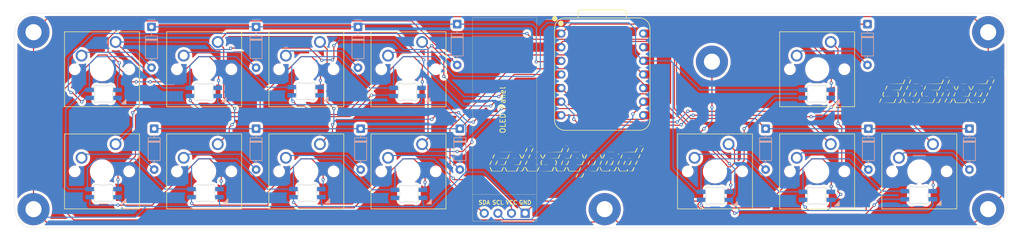
<source format=kicad_pcb>
(kicad_pcb (version 20241229) (generator "pcbnew") (generator_version "9.0")
  (layers (0 "F.Cu" signal) (2 "B.Cu" signal) (13 "F.Paste" user) (15 "B.Paste" user) (5 "F.SilkS" user "F.Silkscreen") (7 "B.SilkS" user "B.Silkscreen") (1 "F.Mask" user) (3 "B.Mask" user) (25 "Edge.Cuts" user))
  (net 0 "")
  (net 1 "row 0")
  (net 2 "row 1")
  (net 3 "row 2")
  (net 4 "row 3")
  (net 5 "+3.3V")
  (net 6 "Net-(D10-DIN)")
  (net 7 "GND")
  (net 8 "Net-(D10-DOUT)")
  (net 9 "Net-(D12-DOUT)")
  (net 10 "Net-(D14-DOUT)")
  (net 11 "Net-(D16-DOUT)")
  (net 12 "led in")
  (net 13 "Net-(D1-A)")
  (net 14 "Net-(D2-A)")
  (net 15 "Net-(D18-DOUT)")
  (net 16 "Net-(D19-DOUT)")
  (net 17 "Net-(D3-A)")
  (net 18 "Net-(D20-DOUT)")
  (net 19 "Net-(D4-A)")
  (net 20 "Net-(D5-A)")
  (net 21 "Net-(D21-DOUT)")
  (net 22 "Net-(D6-A)")
  (net 23 "Net-(D22-DOUT)")
  (net 24 "Net-(D23-DOUT)")
  (net 25 "Net-(D7-A)")
  (net 27 "Net-(D8-A)")
  (net 28 "Net-(D9-A)")
  (net 29 "oled scl")
  (net 30 "oled sda")
  (net 31 "col 1")
  (net 32 "Net-(D11-A)")
  (net 33 "col 0")
  (net 34 "col 2")
  (net 35 "col 3")
  (net 36 "Net-(D13-A)")
  (net 37 "+5V")
  (net 38 "Net-(D15-A)")
  (footprint "MountingHole:MountingHole_3mm_Pad" (layer "F.Cu") (at 3.501 3.499)
    (property "Reference" "H2" (hide yes))
    (property "Value" "MountingHole_Pad" (hide yes))
  )
  (footprint "footprints:SK6812MINI-E_fixed" (layer "F.Cu") (at 168.565999 33.999)
    (property "Reference" "D16" (hide yes))
    (property "Value" "SK6812MINI-E" (hide yes))
    (fp_line (start -1.699998 0.6) (end -1.699998 -0.805684) (stroke (width 0.1)) (layer "Edge.Cuts"))
    (fp_line (start -0.794451 -1.602841) (end 0.794454 -1.602841) (stroke (width 0.1)) (layer "Edge.Cuts"))
    (fp_line (start 0.794453 1.397158) (end -0.794451 1.397158) (stroke (width 0.1)) (layer "Edge.Cuts"))
    (fp_line (start 1.7 -0.805684) (end 1.7 0.6) (stroke (width 0.1)) (layer "Edge.Cuts"))
    (fp_arc (start -1.749483 -1.022562) (mid -1.712526 -0.91691) (end -1.699998 -0.805684) (stroke (width 0.1)) (layer "Edge.Cuts"))
    (fp_arc (start -1.749483 -1.022562) (mid -1.63807 -1.606877) (end -1.04671 -1.671141) (stroke (width 0.1)) (layer "Edge.Cuts"))
    (fp_arc (start -1.699998 0.600001) (mid -1.712526 0.711226) (end -1.749483 0.816878) (stroke (width 0.1)) (layer "Edge.Cuts"))
    (fp_arc (start -1.04671 1.465455) (mid -1.638069 1.401192) (end -1.749483 0.816878) (stroke (width 0.1)) (layer "Edge.Cuts"))
    (fp_arc (start -1.046709 1.465457) (mid -0.925121 1.414535) (end -0.794451 1.397158) (stroke (width 0.1)) (layer "Edge.Cuts"))
    (fp_arc (start -0.794452 -1.602842) (mid -0.925122 -1.620219) (end -1.04671 -1.671141) (stroke (width 0.1)) (layer "Edge.Cuts"))
    (fp_arc (start 0.794453 1.397158) (mid 0.925124 1.414535) (end 1.046712 1.465457) (stroke (width 0.1)) (layer "Edge.Cuts"))
    (fp_arc (start 1.046712 -1.67114) (mid 0.925124 -1.620218) (end 0.794454 -1.602841) (stroke (width 0.1)) (layer "Edge.Cuts"))
    (fp_arc (start 1.046712 -1.67114) (mid 1.638072 -1.606876) (end 1.749485 -1.022562) (stroke (width 0.1)) (layer "Edge.Cuts"))
    (fp_arc (start 1.7 -0.805685) (mid 1.712528 -0.91691) (end 1.749485 -1.022562) (stroke (width 0.1)) (layer "Edge.Cuts"))
    (fp_arc (start 1.749485 0.816877) (mid 1.638073 1.401193) (end 1.046712 1.465457) (stroke (width 0.1)) (layer "Edge.Cuts"))
    (fp_arc (start 1.749485 0.816878) (mid 1.712528 0.711226) (end 1.7 0.6) (stroke (width 0.1)) (layer "Edge.Cuts"))
  )
  (footprint "footprints:SK6812MINI-E_fixed" (layer "F.Cu") (at 73.501 33.749)
    (property "Reference" "D24" (hide yes))
    (property "Value" "SK6812MINI-E" (hide yes))
    (fp_line (start -1.699998 0.6) (end -1.699998 -0.805684) (stroke (width 0.1)) (layer "Edge.Cuts"))
    (fp_line (start -0.794451 -1.602841) (end 0.794454 -1.602841) (stroke (width 0.1)) (layer "Edge.Cuts"))
    (fp_line (start 0.794453 1.397158) (end -0.794451 1.397158) (stroke (width 0.1)) (layer "Edge.Cuts"))
    (fp_line (start 1.7 -0.805684) (end 1.7 0.6) (stroke (width 0.1)) (layer "Edge.Cuts"))
    (fp_arc (start -1.749483 -1.022562) (mid -1.712526 -0.91691) (end -1.699998 -0.805684) (stroke (width 0.1)) (layer "Edge.Cuts"))
    (fp_arc (start -1.749483 -1.022562) (mid -1.63807 -1.606877) (end -1.04671 -1.671141) (stroke (width 0.1)) (layer "Edge.Cuts"))
    (fp_arc (start -1.699998 0.600001) (mid -1.712526 0.711226) (end -1.749483 0.816878) (stroke (width 0.1)) (layer "Edge.Cuts"))
    (fp_arc (start -1.04671 1.465455) (mid -1.638069 1.401192) (end -1.749483 0.816878) (stroke (width 0.1)) (layer "Edge.Cuts"))
    (fp_arc (start -1.046709 1.465457) (mid -0.925121 1.414535) (end -0.794451 1.397158) (stroke (width 0.1)) (layer "Edge.Cuts"))
    (fp_arc (start -0.794452 -1.602842) (mid -0.925122 -1.620219) (end -1.04671 -1.671141) (stroke (width 0.1)) (layer "Edge.Cuts"))
    (fp_arc (start 0.794453 1.397158) (mid 0.925124 1.414535) (end 1.046712 1.465457) (stroke (width 0.1)) (layer "Edge.Cuts"))
    (fp_arc (start 1.046712 -1.67114) (mid 0.925124 -1.620218) (end 0.794454 -1.602841) (stroke (width 0.1)) (layer "Edge.Cuts"))
    (fp_arc (start 1.046712 -1.67114) (mid 1.638072 -1.606876) (end 1.749485 -1.022562) (stroke (width 0.1)) (layer "Edge.Cuts"))
    (fp_arc (start 1.7 -0.805685) (mid 1.712528 -0.91691) (end 1.749485 -1.022562) (stroke (width 0.1)) (layer "Edge.Cuts"))
    (fp_arc (start 1.749485 0.816877) (mid 1.638073 1.401193) (end 1.046712 1.465457) (stroke (width 0.1)) (layer "Edge.Cuts"))
    (fp_arc (start 1.749485 0.816878) (mid 1.712528 0.711226) (end 1.7 0.6) (stroke (width 0.1)) (layer "Edge.Cuts"))
  )
  (footprint "Button_Switch_Keyboard:SW_Cherry_MX_1.00u_PCB" (layer "F.Cu") (at 75.956 24.379)
    (property "Reference" "S15" (hide yes))
    (property "Value" "~" (hide yes))
  )
  (footprint "footprints:SK6812MINI-E_fixed" (layer "F.Cu") (at 149.565999 34.111842)
    (property "Reference" "D14" (hide yes))
    (property "Value" "SK6812MINI-E" (hide yes))
    (fp_line (start -1.699998 0.6) (end -1.699998 -0.805684) (stroke (width 0.1)) (layer "Edge.Cuts"))
    (fp_line (start -0.794451 -1.602841) (end 0.794454 -1.602841) (stroke (width 0.1)) (layer "Edge.Cuts"))
    (fp_line (start 0.794453 1.397158) (end -0.794451 1.397158) (stroke (width 0.1)) (layer "Edge.Cuts"))
    (fp_line (start 1.7 -0.805684) (end 1.7 0.6) (stroke (width 0.1)) (layer "Edge.Cuts"))
    (fp_arc (start -1.749483 -1.022562) (mid -1.712526 -0.91691) (end -1.699998 -0.805684) (stroke (width 0.1)) (layer "Edge.Cuts"))
    (fp_arc (start -1.749483 -1.022562) (mid -1.63807 -1.606877) (end -1.04671 -1.671141) (stroke (width 0.1)) (layer "Edge.Cuts"))
    (fp_arc (start -1.699998 0.600001) (mid -1.712526 0.711226) (end -1.749483 0.816878) (stroke (width 0.1)) (layer "Edge.Cuts"))
    (fp_arc (start -1.04671 1.465455) (mid -1.638069 1.401192) (end -1.749483 0.816878) (stroke (width 0.1)) (layer "Edge.Cuts"))
    (fp_arc (start -1.046709 1.465457) (mid -0.925121 1.414535) (end -0.794451 1.397158) (stroke (width 0.1)) (layer "Edge.Cuts"))
    (fp_arc (start -0.794452 -1.602842) (mid -0.925122 -1.620219) (end -1.04671 -1.671141) (stroke (width 0.1)) (layer "Edge.Cuts"))
    (fp_arc (start 0.794453 1.397158) (mid 0.925124 1.414535) (end 1.046712 1.465457) (stroke (width 0.1)) (layer "Edge.Cuts"))
    (fp_arc (start 1.046712 -1.67114) (mid 0.925124 -1.620218) (end 0.794454 -1.602841) (stroke (width 0.1)) (layer "Edge.Cuts"))
    (fp_arc (start 1.046712 -1.67114) (mid 1.638072 -1.606876) (end 1.749485 -1.022562) (stroke (width 0.1)) (layer "Edge.Cuts"))
    (fp_arc (start 1.7 -0.805685) (mid 1.712528 -0.91691) (end 1.749485 -1.022562) (stroke (width 0.1)) (layer "Edge.Cuts"))
    (fp_arc (start 1.749485 0.816877) (mid 1.638073 1.401193) (end 1.046712 1.465457) (stroke (width 0.1)) (layer "Edge.Cuts"))
    (fp_arc (start 1.749485 0.816878) (mid 1.712528 0.711226) (end 1.7 0.6) (stroke (width 0.1)) (layer "Edge.Cuts"))
  )
  (footprint "LOGO" (layer "F.Cu") (at 103.001 27.249)
    (property "Reference" "G***" (hide yes))
    (property "Value" "LOGO" (hide yes))
  )
  (footprint "Button_Switch_Keyboard:SW_Cherry_MX_1.00u_PCB" (layer "F.Cu") (at 171.206 24.379)
    (property "Reference" "S4" (hide yes))
    (property "Value" "~" (hide yes))
  )
  (footprint "footprints:SK6812MINI-E_fixed" (layer "F.Cu") (at 130.565999 34.111842)
    (property "Reference" "D12" (hide yes))
    (property "Value" "SK6812MINI-E" (hide yes))
    (fp_line (start -1.699998 0.6) (end -1.699998 -0.805684) (stroke (width 0.1)) (layer "Edge.Cuts"))
    (fp_line (start -0.794451 -1.602841) (end 0.794454 -1.602841) (stroke (width 0.1)) (layer "Edge.Cuts"))
    (fp_line (start 0.794453 1.397158) (end -0.794451 1.397158) (stroke (width 0.1)) (layer "Edge.Cuts"))
    (fp_line (start 1.7 -0.805684) (end 1.7 0.6) (stroke (width 0.1)) (layer "Edge.Cuts"))
    (fp_arc (start -1.749483 -1.022562) (mid -1.712526 -0.91691) (end -1.699998 -0.805684) (stroke (width 0.1)) (layer "Edge.Cuts"))
    (fp_arc (start -1.749483 -1.022562) (mid -1.63807 -1.606877) (end -1.04671 -1.671141) (stroke (width 0.1)) (layer "Edge.Cuts"))
    (fp_arc (start -1.699998 0.600001) (mid -1.712526 0.711226) (end -1.749483 0.816878) (stroke (width 0.1)) (layer "Edge.Cuts"))
    (fp_arc (start -1.04671 1.465455) (mid -1.638069 1.401192) (end -1.749483 0.816878) (stroke (width 0.1)) (layer "Edge.Cuts"))
    (fp_arc (start -1.046709 1.465457) (mid -0.925121 1.414535) (end -0.794451 1.397158) (stroke (width 0.1)) (layer "Edge.Cuts"))
    (fp_arc (start -0.794452 -1.602842) (mid -0.925122 -1.620219) (end -1.04671 -1.671141) (stroke (width 0.1)) (layer "Edge.Cuts"))
    (fp_arc (start 0.794453 1.397158) (mid 0.925124 1.414535) (end 1.046712 1.465457) (stroke (width 0.1)) (layer "Edge.Cuts"))
    (fp_arc (start 1.046712 -1.67114) (mid 0.925124 -1.620218) (end 0.794454 -1.602841) (stroke (width 0.1)) (layer "Edge.Cuts"))
    (fp_arc (start 1.046712 -1.67114) (mid 1.638072 -1.606876) (end 1.749485 -1.022562) (stroke (width 0.1)) (layer "Edge.Cuts"))
    (fp_arc (start 1.7 -0.805685) (mid 1.712528 -0.91691) (end 1.749485 -1.022562) (stroke (width 0.1)) (layer "Edge.Cuts"))
    (fp_arc (start 1.749485 0.816877) (mid 1.638073 1.401193) (end 1.046712 1.465457) (stroke (width 0.1)) (layer "Edge.Cuts"))
    (fp_arc (start 1.749485 0.816878) (mid 1.712528 0.711226) (end 1.7 0.6) (stroke (width 0.1)) (layer "Edge.Cuts"))
  )
  (footprint "MountingHole:MountingHole_3mm_Pad" (layer "F.Cu") (at 110 36.5)
    (property "Reference" "H3" (hide yes))
    (property "Value" "MountingHole_Pad" (hide yes))
  )
  (footprint "footprints:SK6812MINI-E_fixed" (layer "F.Cu") (at 16.565999 15.111842)
    (property "Reference" "D17" (hide yes))
    (property "Value" "SK6812MINI-E" (hide yes))
    (fp_line (start -1.699998 0.6) (end -1.699998 -0.805684) (stroke (width 0.1)) (layer "Edge.Cuts"))
    (fp_line (start -0.794451 -1.602841) (end 0.794454 -1.602841) (stroke (width 0.1)) (layer "Edge.Cuts"))
    (fp_line (start 0.794453 1.397158) (end -0.794451 1.397158) (stroke (width 0.1)) (layer "Edge.Cuts"))
    (fp_line (start 1.7 -0.805684) (end 1.7 0.6) (stroke (width 0.1)) (layer "Edge.Cuts"))
    (fp_arc (start -1.749483 -1.022562) (mid -1.712526 -0.91691) (end -1.699998 -0.805684) (stroke (width 0.1)) (layer "Edge.Cuts"))
    (fp_arc (start -1.749483 -1.022562) (mid -1.63807 -1.606877) (end -1.04671 -1.671141) (stroke (width 0.1)) (layer "Edge.Cuts"))
    (fp_arc (start -1.699998 0.600001) (mid -1.712526 0.711226) (end -1.749483 0.816878) (stroke (width 0.1)) (layer "Edge.Cuts"))
    (fp_arc (start -1.04671 1.465455) (mid -1.638069 1.401192) (end -1.749483 0.816878) (stroke (width 0.1)) (layer "Edge.Cuts"))
    (fp_arc (start -1.046709 1.465457) (mid -0.925121 1.414535) (end -0.794451 1.397158) (stroke (width 0.1)) (layer "Edge.Cuts"))
    (fp_arc (start -0.794452 -1.602842) (mid -0.925122 -1.620219) (end -1.04671 -1.671141) (stroke (width 0.1)) (layer "Edge.Cuts"))
    (fp_arc (start 0.794453 1.397158) (mid 0.925124 1.414535) (end 1.046712 1.465457) (stroke (width 0.1)) (layer "Edge.Cuts"))
    (fp_arc (start 1.046712 -1.67114) (mid 0.925124 -1.620218) (end 0.794454 -1.602841) (stroke (width 0.1)) (layer "Edge.Cuts"))
    (fp_arc (start 1.046712 -1.67114) (mid 1.638072 -1.606876) (end 1.749485 -1.022562) (stroke (width 0.1)) (layer "Edge.Cuts"))
    (fp_arc (start 1.7 -0.805685) (mid 1.712528 -0.91691) (end 1.749485 -1.022562) (stroke (width 0.1)) (layer "Edge.Cuts"))
    (fp_arc (start 1.749485 0.816877) (mid 1.638073 1.401193) (end 1.046712 1.465457) (stroke (width 0.1)) (layer "Edge.Cuts"))
    (fp_arc (start 1.749485 0.816878) (mid 1.712528 0.711226) (end 1.7 0.6) (stroke (width 0.1)) (layer "Edge.Cuts"))
  )
  (footprint "Button_Switch_Keyboard:SW_Cherry_MX_1.00u_PCB" (layer "F.Cu") (at 37.856 24.379)
    (property "Reference" "S11" (hide yes))
    (property "Value" "~" (hide yes))
  )
  (footprint "footprints:SK6812MINI-E_fixed" (layer "F.Cu") (at 54.565999 33.611842)
    (property "Reference" "D23" (hide yes))
    (property "Value" "SK6812MINI-E" (hide yes))
    (fp_line (start -1.699998 0.6) (end -1.699998 -0.805684) (stroke (width 0.1)) (layer "Edge.Cuts"))
    (fp_line (start -0.794451 -1.602841) (end 0.794454 -1.602841) (stroke (width 0.1)) (layer "Edge.Cuts"))
    (fp_line (start 0.794453 1.397158) (end -0.794451 1.397158) (stroke (width 0.1)) (layer "Edge.Cuts"))
    (fp_line (start 1.7 -0.805684) (end 1.7 0.6) (stroke (width 0.1)) (layer "Edge.Cuts"))
    (fp_arc (start -1.749483 -1.022562) (mid -1.712526 -0.91691) (end -1.699998 -0.805684) (stroke (width 0.1)) (layer "Edge.Cuts"))
    (fp_arc (start -1.749483 -1.022562) (mid -1.63807 -1.606877) (end -1.04671 -1.671141) (stroke (width 0.1)) (layer "Edge.Cuts"))
    (fp_arc (start -1.699998 0.600001) (mid -1.712526 0.711226) (end -1.749483 0.816878) (stroke (width 0.1)) (layer "Edge.Cuts"))
    (fp_arc (start -1.04671 1.465455) (mid -1.638069 1.401192) (end -1.749483 0.816878) (stroke (width 0.1)) (layer "Edge.Cuts"))
    (fp_arc (start -1.046709 1.465457) (mid -0.925121 1.414535) (end -0.794451 1.397158) (stroke (width 0.1)) (layer "Edge.Cuts"))
    (fp_arc (start -0.794452 -1.602842) (mid -0.925122 -1.620219) (end -1.04671 -1.671141) (stroke (width 0.1)) (layer "Edge.Cuts"))
    (fp_arc (start 0.794453 1.397158) (mid 0.925124 1.414535) (end 1.046712 1.465457) (stroke (width 0.1)) (layer "Edge.Cuts"))
    (fp_arc (start 1.046712 -1.67114) (mid 0.925124 -1.620218) (end 0.794454 -1.602841) (stroke (width 0.1)) (layer "Edge.Cuts"))
    (fp_arc (start 1.046712 -1.67114) (mid 1.638072 -1.606876) (end 1.749485 -1.022562) (stroke (width 0.1)) (layer "Edge.Cuts"))
    (fp_arc (start 1.7 -0.805685) (mid 1.712528 -0.91691) (end 1.749485 -1.022562) (stroke (width 0.1)) (layer "Edge.Cuts"))
    (fp_arc (start 1.749485 0.816877) (mid 1.638073 1.401193) (end 1.046712 1.465457) (stroke (width 0.1)) (layer "Edge.Cuts"))
    (fp_arc (start 1.749485 0.816878) (mid 1.712528 0.711226) (end 1.7 0.6) (stroke (width 0.1)) (layer "Edge.Cuts"))
  )
  (footprint "footprints:SK6812MINI-E_fixed" (layer "F.Cu") (at 35.251 14.749)
    (property "Reference" "D18" (hide yes))
    (property "Value" "SK6812MINI-E" (hide yes))
    (fp_line (start -1.699998 0.6) (end -1.699998 -0.805684) (stroke (width 0.1)) (layer "Edge.Cuts"))
    (fp_line (start -0.794451 -1.602841) (end 0.794454 -1.602841) (stroke (width 0.1)) (layer "Edge.Cuts"))
    (fp_line (start 0.794453 1.397158) (end -0.794451 1.397158) (stroke (width 0.1)) (layer "Edge.Cuts"))
    (fp_line (start 1.7 -0.805684) (end 1.7 0.6) (stroke (width 0.1)) (layer "Edge.Cuts"))
    (fp_arc (start -1.749483 -1.022562) (mid -1.712526 -0.91691) (end -1.699998 -0.805684) (stroke (width 0.1)) (layer "Edge.Cuts"))
    (fp_arc (start -1.749483 -1.022562) (mid -1.63807 -1.606877) (end -1.04671 -1.671141) (stroke (width 0.1)) (layer "Edge.Cuts"))
    (fp_arc (start -1.699998 0.600001) (mid -1.712526 0.711226) (end -1.749483 0.816878) (stroke (width 0.1)) (layer "Edge.Cuts"))
    (fp_arc (start -1.04671 1.465455) (mid -1.638069 1.401192) (end -1.749483 0.816878) (stroke (width 0.1)) (layer "Edge.Cuts"))
    (fp_arc (start -1.046709 1.465457) (mid -0.925121 1.414535) (end -0.794451 1.397158) (stroke (width 0.1)) (layer "Edge.Cuts"))
    (fp_arc (start -0.794452 -1.602842) (mid -0.925122 -1.620219) (end -1.04671 -1.671141) (stroke (width 0.1)) (layer "Edge.Cuts"))
    (fp_arc (start 0.794453 1.397158) (mid 0.925124 1.414535) (end 1.046712 1.465457) (stroke (width 0.1)) (layer "Edge.Cuts"))
    (fp_arc (start 1.046712 -1.67114) (mid 0.925124 -1.620218) (end 0.794454 -1.602841) (stroke (width 0.1)) (layer "Edge.Cuts"))
    (fp_arc (start 1.046712 -1.67114) (mid 1.638072 -1.606876) (end 1.749485 -1.022562) (stroke (width 0.1)) (layer "Edge.Cuts"))
    (fp_arc (start 1.7 -0.805685) (mid 1.712528 -0.91691) (end 1.749485 -1.022562) (stroke (width 0.1)) (layer "Edge.Cuts"))
    (fp_arc (start 1.749485 0.816877) (mid 1.638073 1.401193) (end 1.046712 1.465457) (stroke (width 0.1)) (layer "Edge.Cuts"))
    (fp_arc (start 1.749485 0.816878) (mid 1.712528 0.711226) (end 1.7 0.6) (stroke (width 0.1)) (layer "Edge.Cuts"))
  )
  (footprint "footprints:SK6812MINI-E_fixed" (layer "F.Cu") (at 54.251 14.611842)
    (property "Reference" "D19" (hide yes))
    (property "Value" "SK6812MINI-E" (hide yes))
    (fp_line (start -1.699998 0.6) (end -1.699998 -0.805684) (stroke (width 0.1)) (layer "Edge.Cuts"))
    (fp_line (start -0.794451 -1.602841) (end 0.794454 -1.602841) (stroke (width 0.1)) (layer "Edge.Cuts"))
    (fp_line (start 0.794453 1.397158) (end -0.794451 1.397158) (stroke (width 0.1)) (layer "Edge.Cuts"))
    (fp_line (start 1.7 -0.805684) (end 1.7 0.6) (stroke (width 0.1)) (layer "Edge.Cuts"))
    (fp_arc (start -1.749483 -1.022562) (mid -1.712526 -0.91691) (end -1.699998 -0.805684) (stroke (width 0.1)) (layer "Edge.Cuts"))
    (fp_arc (start -1.749483 -1.022562) (mid -1.63807 -1.606877) (end -1.04671 -1.671141) (stroke (width 0.1)) (layer "Edge.Cuts"))
    (fp_arc (start -1.699998 0.600001) (mid -1.712526 0.711226) (end -1.749483 0.816878) (stroke (width 0.1)) (layer "Edge.Cuts"))
    (fp_arc (start -1.04671 1.465455) (mid -1.638069 1.401192) (end -1.749483 0.816878) (stroke (width 0.1)) (layer "Edge.Cuts"))
    (fp_arc (start -1.046709 1.465457) (mid -0.925121 1.414535) (end -0.794451 1.397158) (stroke (width 0.1)) (layer "Edge.Cuts"))
    (fp_arc (start -0.794452 -1.602842) (mid -0.925122 -1.620219) (end -1.04671 -1.671141) (stroke (width 0.1)) (layer "Edge.Cuts"))
    (fp_arc (start 0.794453 1.397158) (mid 0.925124 1.414535) (end 1.046712 1.465457) (stroke (width 0.1)) (layer "Edge.Cuts"))
    (fp_arc (start 1.046712 -1.67114) (mid 0.925124 -1.620218) (end 0.794454 -1.602841) (stroke (width 0.1)) (layer "Edge.Cuts"))
    (fp_arc (start 1.046712 -1.67114) (mid 1.638072 -1.606876) (end 1.749485 -1.022562) (stroke (width 0.1)) (layer "Edge.Cuts"))
    (fp_arc (start 1.7 -0.805685) (mid 1.712528 -0.91691) (end 1.749485 -1.022562) (stroke (width 0.1)) (layer "Edge.Cuts"))
    (fp_arc (start 1.749485 0.816877) (mid 1.638073 1.401193) (end 1.046712 1.465457) (stroke (width 0.1)) (layer "Edge.Cuts"))
    (fp_arc (start 1.749485 0.816878) (mid 1.712528 0.711226) (end 1.7 0.6) (stroke (width 0.1)) (layer "Edge.Cuts"))
  )
  (footprint "MountingHole:MountingHole_3mm_Pad" (layer "F.Cu") (at 181.5 36.5)
    (property "Reference" "H6" (hide yes))
    (property "Value" "MountingHole_Pad" (hide yes))
  )
  (footprint "Button_Switch_Keyboard:SW_Cherry_MX_1.00u_PCB" (layer "F.Cu") (at 37.856 5.329)
    (property "Reference" "S6" (hide yes))
    (property "Value" "~" (hide yes))
  )
  (footprint "Seeed Studio XIAO Series Library:XIAO-SAMD21-DIP" (layer "F.Cu") (at 109.646 11.3165)
    (property "Reference" "U1" (hide yes))
    (property "Value" "MOUDLE-SEEEDUINO-XIAO")
  )
  (footprint "Button_Switch_Keyboard:SW_Cherry_MX_1.00u_PCB" (layer "F.Cu") (at 18.806 24.379)
    (property "Reference" "S9" (hide yes))
    (property "Value" "~" (hide yes))
  )
  (footprint "footprints:SK6812MINI-E_fixed" (layer "F.Cu") (at 149.565999 15.111842)
    (property "Reference" "D10" (hide yes))
    (property "Value" "SK6812MINI-E" (hide yes))
    (fp_line (start -1.699998 0.6) (end -1.699998 -0.805684) (stroke (width 0.1)) (layer "Edge.Cuts"))
    (fp_line (start -0.794451 -1.602841) (end 0.794454 -1.602841) (stroke (width 0.1)) (layer "Edge.Cuts"))
    (fp_line (start 0.794453 1.397158) (end -0.794451 1.397158) (stroke (width 0.1)) (layer "Edge.Cuts"))
    (fp_line (start 1.7 -0.805684) (end 1.7 0.6) (stroke (width 0.1)) (layer "Edge.Cuts"))
    (fp_arc (start -1.749483 -1.022562) (mid -1.712526 -0.91691) (end -1.699998 -0.805684) (stroke (width 0.1)) (layer "Edge.Cuts"))
    (fp_arc (start -1.749483 -1.022562) (mid -1.63807 -1.606877) (end -1.04671 -1.671141) (stroke (width 0.1)) (layer "Edge.Cuts"))
    (fp_arc (start -1.699998 0.600001) (mid -1.712526 0.711226) (end -1.749483 0.816878) (stroke (width 0.1)) (layer "Edge.Cuts"))
    (fp_arc (start -1.04671 1.465455) (mid -1.638069 1.401192) (end -1.749483 0.816878) (stroke (width 0.1)) (layer "Edge.Cuts"))
    (fp_arc (start -1.046709 1.465457) (mid -0.925121 1.414535) (end -0.794451 1.397158) (stroke (width 0.1)) (layer "Edge.Cuts"))
    (fp_arc (start -0.794452 -1.602842) (mid -0.925122 -1.620219) (end -1.04671 -1.671141) (stroke (width 0.1)) (layer "Edge.Cuts"))
    (fp_arc (start 0.794453 1.397158) (mid 0.925124 1.414535) (end 1.046712 1.465457) (stroke (width 0.1)) (layer "Edge.Cuts"))
    (fp_arc (start 1.046712 -1.67114) (mid 0.925124 -1.620218) (end 0.794454 -1.602841) (stroke (width 0.1)) (layer "Edge.Cuts"))
    (fp_arc (start 1.046712 -1.67114) (mid 1.638072 -1.606876) (end 1.749485 -1.022562) (stroke (width 0.1)) (layer "Edge.Cuts"))
    (fp_arc (start 1.7 -0.805685) (mid 1.712528 -0.91691) (end 1.749485 -1.022562) (stroke (width 0.1)) (layer "Edge.Cuts"))
    (fp_arc (start 1.749485 0.816877) (mid 1.638073 1.401193) (end 1.046712 1.465457) (stroke (width 0.1)) (layer "Edge.Cuts"))
    (fp_arc (start 1.749485 0.816878) (mid 1.712528 0.711226) (end 1.7 0.6) (stroke (width 0.1)) (layer "Edge.Cuts"))
  )
  (footprint "footprints:SK6812MINI-E_fixed" (layer "F.Cu") (at 35.565999 33.611842)
    (property "Reference" "D22" (hide yes))
    (property "Value" "SK6812MINI-E" (hide yes))
    (fp_line (start -1.699998 0.6) (end -1.699998 -0.805684) (stroke (width 0.1)) (layer "Edge.Cuts"))
    (fp_line (start -0.794451 -1.602841) (end 0.794454 -1.602841) (stroke (width 0.1)) (layer "Edge.Cuts"))
    (fp_line (start 0.794453 1.397158) (end -0.794451 1.397158) (stroke (width 0.1)) (layer "Edge.Cuts"))
    (fp_line (start 1.7 -0.805684) (end 1.7 0.6) (stroke (width 0.1)) (layer "Edge.Cuts"))
    (fp_arc (start -1.749483 -1.022562) (mid -1.712526 -0.91691) (end -1.699998 -0.805684) (stroke (width 0.1)) (layer "Edge.Cuts"))
    (fp_arc (start -1.749483 -1.022562) (mid -1.63807 -1.606877) (end -1.04671 -1.671141) (stroke (width 0.1)) (layer "Edge.Cuts"))
    (fp_arc (start -1.699998 0.600001) (mid -1.712526 0.711226) (end -1.749483 0.816878) (stroke (width 0.1)) (layer "Edge.Cuts"))
    (fp_arc (start -1.04671 1.465455) (mid -1.638069 1.401192) (end -1.749483 0.816878) (stroke (width 0.1)) (layer "Edge.Cuts"))
    (fp_arc (start -1.046709 1.465457) (mid -0.925121 1.414535) (end -0.794451 1.397158) (stroke (width 0.1)) (layer "Edge.Cuts"))
    (fp_arc (start -0.794452 -1.602842) (mid -0.925122 -1.620219) (end -1.04671 -1.671141) (stroke (width 0.1)) (layer "Edge.Cuts"))
    (fp_arc (start 0.794453 1.397158) (mid 0.925124 1.414535) (end 1.046712 1.465457) (stroke (width 0.1)) (layer "Edge.Cuts"))
    (fp_arc (start 1.046712 -1.67114) (mid 0.925124 -1.620218) (end 0.794454 -1.602841) (stroke (width 0.1)) (layer "Edge.Cuts"))
    (fp_arc (start 1.046712 -1.67114) (mid 1.638072 -1.606876) (end 1.749485 -1.022562) (stroke (width 0.1)) (layer "Edge.Cuts"))
    (fp_arc (start 1.7 -0.805685) (mid 1.712528 -0.91691) (end 1.749485 -1.022562) (stroke (width 0.1)) (layer "Edge.Cuts"))
    (fp_arc (start 1.749485 0.816877) (mid 1.638073 1.401193) (end 1.046712 1.465457) (stroke (width 0.1)) (layer "Edge.Cuts"))
    (fp_arc (start 1.749485 0.816878) (mid 1.712528 0.711226) (end 1.7 0.6) (stroke (width 0.1)) (layer "Edge.Cuts"))
  )
  (footprint "LOGO" (layer "F.Cu") (at 172.001 14.499)
    (property "Reference" "G***" (hide yes))
    (property "Value" "LOGO" (hide yes))
  )
  (footprint "Button_Switch_Keyboard:SW_Cherry_MX_1.00u_PCB" (layer "F.Cu") (at 133.106 24.379)
    (property "Reference" "S2" (hide yes))
    (property "Value" "~" (hide yes))
  )
  (footprint "Button_Switch_Keyboard:SW_Cherry_MX_1.00u_PCB" (layer "F.Cu") (at 152.156 24.379)
    (property "Reference" "S3" (hide yes))
    (property "Value" "~" (hide yes))
  )
  (footprint "oled:SSD1306-0.91-OLED-4pin-128x32" (layer "F.Cu") (at 97.356 0.759 -90)
    (property "Reference" "J1" (hide yes))
    (property "Value" "Conn_01x04_MountingPin" (hide yes))
  )
  (footprint "MountingHole:MountingHole_3mm_Pad" (layer "F.Cu") (at 130 9)
    (property "Reference" "H4" (hide yes))
    (property "Value" "MountingHole_Pad" (hide yes))
  )
  (footprint "MountingHole:MountingHole_3mm_Pad" (layer "F.Cu") (at 3.501 36.499)
    (property "Reference" "H1" (hide yes))
    (property "Value" "MountingHole_Pad" (hide yes))
  )
  (footprint "footprints:SK6812MINI-E_fixed" (layer "F.Cu") (at 16.565999 33.611842)
    (property "Reference" "D21" (hide yes))
    (property "Value" "SK6812MINI-E" (hide yes))
    (fp_line (start -1.699998 0.6) (end -1.699998 -0.805684) (stroke (width 0.1)) (layer "Edge.Cuts"))
    (fp_line (start -0.794451 -1.602841) (end 0.794454 -1.602841) (stroke (width 0.1)) (layer "Edge.Cuts"))
    (fp_line (start 0.794453 1.397158) (end -0.794451 1.397158) (stroke (width 0.1)) (layer "Edge.Cuts"))
    (fp_line (start 1.7 -0.805684) (end 1.7 0.6) (stroke (width 0.1)) (layer "Edge.Cuts"))
    (fp_arc (start -1.749483 -1.022562) (mid -1.712526 -0.91691) (end -1.699998 -0.805684) (stroke (width 0.1)) (layer "Edge.Cuts"))
    (fp_arc (start -1.749483 -1.022562) (mid -1.63807 -1.606877) (end -1.04671 -1.671141) (stroke (width 0.1)) (layer "Edge.Cuts"))
    (fp_arc (start -1.699998 0.600001) (mid -1.712526 0.711226) (end -1.749483 0.816878) (stroke (width 0.1)) (layer "Edge.Cuts"))
    (fp_arc (start -1.04671 1.465455) (mid -1.638069 1.401192) (end -1.749483 0.816878) (stroke (width 0.1)) (layer "Edge.Cuts"))
    (fp_arc (start -1.046709 1.465457) (mid -0.925121 1.414535) (end -0.794451 1.397158) (stroke (width 0.1)) (layer "Edge.Cuts"))
    (fp_arc (start -0.794452 -1.602842) (mid -0.925122 -1.620219) (end -1.04671 -1.671141) (stroke (width 0.1)) (layer "Edge.Cuts"))
    (fp_arc (start 0.794453 1.397158) (mid 0.925124 1.414535) (end 1.046712 1.465457) (stroke (width 0.1)) (layer "Edge.Cuts"))
    (fp_arc (start 1.046712 -1.67114) (mid 0.925124 -1.620218) (end 0.794454 -1.602841) (stroke (width 0.1)) (layer "Edge.Cuts"))
    (fp_arc (start 1.046712 -1.67114) (mid 1.638072 -1.606876) (end 1.749485 -1.022562) (stroke (width 0.1)) (layer "Edge.Cuts"))
    (fp_arc (start 1.7 -0.805685) (mid 1.712528 -0.91691) (end 1.749485 -1.022562) (stroke (width 0.1)) (layer "Edge.Cuts"))
    (fp_arc (start 1.749485 0.816877) (mid 1.638073 1.401193) (end 1.046712 1.465457) (stroke (width 0.1)) (layer "Edge.Cuts"))
    (fp_arc (start 1.749485 0.816878) (mid 1.712528 0.711226) (end 1.7 0.6) (stroke (width 0.1)) (layer "Edge.Cuts"))
  )
  (footprint "Button_Switch_Keyboard:SW_Cherry_MX_1.00u_PCB" (layer "F.Cu") (at 56.906 5.329)
    (property "Reference" "S7" (hide yes))
    (property "Value" "~" (hide yes))
  )
  (footprint "footprints:SK6812MINI-E_fixed" (layer "F.Cu") (at 73.251 14.749)
    (property "Reference" "D20" (hide yes))
    (property "Value" "SK6812MINI-E" (hide yes))
    (fp_line (start -1.699998 0.6) (end -1.699998 -0.805684) (stroke (width 0.1)) (layer "Edge.Cuts"))
    (fp_line (start -0.794451 -1.602841) (end 0.794454 -1.602841) (stroke (width 0.1)) (layer "Edge.Cuts"))
    (fp_line (start 0.794453 1.397158) (end -0.794451 1.397158) (stroke (width 0.1)) (layer "Edge.Cuts"))
    (fp_line (start 1.7 -0.805684) (end 1.7 0.6) (stroke (width 0.1)) (layer "Edge.Cuts"))
    (fp_arc (start -1.749483 -1.022562) (mid -1.712526 -0.91691) (end -1.699998 -0.805684) (stroke (width 0.1)) (layer "Edge.Cuts"))
    (fp_arc (start -1.749483 -1.022562) (mid -1.63807 -1.606877) (end -1.04671 -1.671141) (stroke (width 0.1)) (layer "Edge.Cuts"))
    (fp_arc (start -1.699998 0.600001) (mid -1.712526 0.711226) (end -1.749483 0.816878) (stroke (width 0.1)) (layer "Edge.Cuts"))
    (fp_arc (start -1.04671 1.465455) (mid -1.638069 1.401192) (end -1.749483 0.816878) (stroke (width 0.1)) (layer "Edge.Cuts"))
    (fp_arc (start -1.046709 1.465457) (mid -0.925121 1.414535) (end -0.794451 1.397158) (stroke (width 0.1)) (layer "Edge.Cuts"))
    (fp_arc (start -0.794452 -1.602842) (mid -0.925122 -1.620219) (end -1.04671 -1.671141) (stroke (width 0.1)) (layer "Edge.Cuts"))
    (fp_arc (start 0.794453 1.397158) (mid 0.925124 1.414535) (end 1.046712 1.465457) (stroke (width 0.1)) (layer "Edge.Cuts"))
    (fp_arc (start 1.046712 -1.67114) (mid 0.925124 -1.620218) (end 0.794454 -1.602841) (stroke (width 0.1)) (layer "Edge.Cuts"))
    (fp_arc (start 1.046712 -1.67114) (mid 1.638072 -1.606876) (end 1.749485 -1.022562) (stroke (width 0.1)) (layer "Edge.Cuts"))
    (fp_arc (start 1.7 -0.805685) (mid 1.712528 -0.91691) (end 1.749485 -1.022562) (stroke (width 0.1)) (layer "Edge.Cuts"))
    (fp_arc (start 1.749485 0.816877) (mid 1.638073 1.401193) (end 1.046712 1.465457) (stroke (width 0.1)) (layer "Edge.Cuts"))
    (fp_arc (start 1.749485 0.816878) (mid 1.712528 0.711226) (end 1.7 0.6) (stroke (width 0.1)) (layer "Edge.Cuts"))
  )
  (footprint "Button_Switch_Keyboard:SW_Cherry_MX_1.00u_PCB" (layer "F.Cu") (at 152.156 5.329)
    (property "Reference" "S1" (hide yes))
    (property "Value" "~" (hide yes))
  )
  (footprint "Button_Switch_Keyboard:SW_Cherry_MX_1.00u_PCB" (layer "F.Cu") (at 18.806 5.329)
    (property "Reference" "S5" (hide yes))
    (property "Value" "~" (hide yes))
  )
  (footprint "MountingHole:MountingHole_3mm_Pad" (layer "F.Cu") (at 181.501 3.499)
    (property "Reference" "H5" (hide yes))
    (property "Value" "MountingHole_Pad" (hide yes))
  )
  (footprint "Button_Switch_Keyboard:SW_Cherry_MX_1.00u_PCB" (layer "F.Cu") (at 56.906 24.379)
    (property "Reference" "S13" (hide yes))
    (property "Value" "~" (hide yes))
  )
  (footprint "Button_Switch_Keyboard:SW_Cherry_MX_1.00u_PCB" (layer "F.Cu") (at 75.956 5.329)
    (property "Reference" "S8" (hide yes))
    (property "Value" "~" (hide yes))
  )
  (footprint "Diode_THT:D_DO-35_SOD27_P7.62mm_Horizontal" (layer "B.Cu") (at 159.166 21.499 -90)
    (property "Reference" "D3" (hide yes))
    (property "Value" "~" (hide yes))
  )
  (footprint "Diode_THT:D_DO-35_SOD27_P7.62mm_Horizontal" (layer "B.Cu") (at 64.501 21.499 -90)
    (property "Reference" "D13" (hide yes))
    (property "Value" "~" (hide yes))
  )
  (footprint "Diode_THT:D_DO-35_SOD27_P7.62mm_Horizontal" (layer "B.Cu") (at 82.501 1.999 -90)
    (property "Reference" "D8" (hide yes))
    (property "Value" "~" (hide yes))
  )
  (footprint "Diode_THT:D_DO-35_SOD27_P7.62mm_Horizontal" (layer "B.Cu") (at 26.001 21.499 -90)
    (property "Reference" "D9" (hide yes))
    (property "Value" "~" (hide yes))
  )
  (footprint "Diode_THT:D_DO-35_SOD27_P7.62mm_Horizontal" (layer "B.Cu") (at 25.501 2.499 -90)
    (property "Reference" "D5" (hide yes))
    (property "Value" "~" (hide yes))
  )
  (footprint "Diode_THT:D_DO-35_SOD27_P7.62mm_Horizontal" (layer "B.Cu") (at 83.001 21.499 -90)
    (property "Reference" "D15" (hide yes))
    (property "Value" "~" (hide yes))
  )
  (footprint "Diode_THT:D_DO-35_SOD27_P7.62mm_Horizontal" (layer "B.Cu") (at 45.001 2.499 -90)
    (property "Reference" "D6" (hide yes))
    (property "Value" "~" (hide yes))
  )
  (footprint "Diode_THT:D_DO-35_SOD27_P7.62mm_Horizontal" (layer "B.Cu") (at 45.001 21.499 -90)
    (property "Reference" "D11" (hide yes))
    (property "Value" "~" (hide yes))
  )
  (footprint "Diode_THT:D_DO-35_SOD27_P7.62mm_Horizontal" (layer "B.Cu") (at 64.001 2.499 -90)
    (property "Reference" "D7" (hide yes))
    (property "Value" "~" (hide yes))
  )
  (footprint "Diode_THT:D_DO-35_SOD27_P7.62mm_Horizontal" (layer "B.Cu") (at 159.001 1.999 -90)
    (property "Reference" "D1" (hide yes))
    (property "Value" "~" (hide yes))
  )
  (footprint "Diode_THT:D_DO-35_SOD27_P7.62mm_Horizontal" (layer "B.Cu") (at 178.001 21.499 -90)
    (property "Reference" "D4" (hide yes))
    (property "Value" "~" (hide yes))
  )
  (footprint "Diode_THT:D_DO-35_SOD27_P7.62mm_Horizontal" (layer "B.Cu") (at 140.001 21.499 -90)
    (property "Reference" "D2" (hide yes))
    (property "Value" "~" (hide yes))
  )
  (gr_line (start 181.501 -0.001) (end 3.501 -0.001) (stroke (width 0.05)) (layer "Edge.Cuts"))
  (gr_line (start 0.001 3.499) (end 0.001 36.499) (stroke (width 0.05)) (layer "Edge.Cuts"))
  (gr_line (start 185.001 36.499) (end 185.001 3.499) (stroke (width 0.05)) (layer "Edge.Cuts"))
  (gr_arc (start 181.501 -0.001) (mid 183.975874 1.024126) (end 185.001 3.499) (stroke (width 0.05)) (layer "Edge.Cuts"))
  (gr_arc (start 185.001 36.499) (mid 183.975874 38.973874) (end 181.501 39.999) (stroke (width 0.05)) (layer "Edge.Cuts"))
  (gr_line (start 3.501 39.999) (end 181.501 39.999) (stroke (width 0.05)) (layer "Edge.Cuts"))
  (gr_arc (start 0.001 3.499) (mid 1.026126 1.024126) (end 3.501 -0.001) (stroke (width 0.05)) (layer "Edge.Cuts"))
  (gr_arc (start 3.501 39.999) (mid 1.026126 38.973874) (end 0.001 36.499) (stroke (width 0.05)) (layer "Edge.Cuts"))
  (segment (start 103.686 1.999) (end 101.926 3.759) (width 0.2) (layer "F.Cu") (net 1))
  (segment (start 159.001 1.999) (end 103.686 1.999) (width 0.2) (layer "F.Cu") (net 1))
  (segment (start 123.402 16.999943) (end 123.402 6.5829) (width 0.2) (layer "F.Cu") (net 2))
  (segment (start 126.002057 19.6) (end 123.402 16.999943) (width 0.2) (layer "F.Cu") (net 2))
  (segment (start 140.001 21.499) (end 138.102 19.6) (width 0.2) (layer "F.Cu") (net 2))
  (segment (start 138.102 19.6) (end 126.002057 19.6) (width 0.2) (layer "F.Cu") (net 2))
  (segment (start 122.0421 5.223) (end 102.167 5.223) (width 0.2) (layer "F.Cu") (net 2))
  (segment (start 123.402 6.5829) (end 122.0421 5.223) (width 0.2) (layer "F.Cu") (net 2))
  (segment (start 102.167 5.223) (end 101.091 6.299) (width 0.2) (layer "F.Cu") (net 2))
  (segment (start 159.166 21.499) (end 178.001 21.499) (width 0.2) (layer "B.Cu") (net 2))
  (segment (start 140.001 21.499) (end 159.166 21.499) (width 0.2) (layer "B.Cu") (net 2))
  (segment (start 99.501 8.999) (end 99.661 8.839) (width 0.2) (layer "F.Cu") (net 3))
  (segment (start 97.251 8.999) (end 99.501 8.999) (width 0.2) (layer "F.Cu") (net 3))
  (segment (start 99.661 8.839) (end 101.091 8.839) (width 0.2) (layer "F.Cu") (net 3))
  (via (at 97.251 8.999) (size 0.6) (drill 0.3) (layers "F.Cu" "B.Cu") (net 3))
  (segment (start 64.001 2.499) (end 45.001 2.499) (width 0.2) (layer "B.Cu") (net 3))
  (segment (start 64.501 1.999) (end 64.001 2.499) (width 0.2) (layer "B.Cu") (net 3))
  (segment (start 97.251 9.249) (end 97.251 8.999) (width 0.2) (layer "B.Cu") (net 3))
  (segment (start 82.501 1.999) (end 64.501 1.999) (width 0.2) (layer "B.Cu") (net 3))
  (segment (start 97.251 2.749) (end 97.251 9.249) (width 0.2) (layer "B.Cu") (net 3))
  (segment (start 96.501 1.999) (end 97.251 2.749) (width 0.2) (layer "B.Cu") (net 3))
  (segment (start 82.501 1.999) (end 96.501 1.999) (width 0.2) (layer "B.Cu") (net 3))
  (segment (start 45.001 2.499) (end 25.501 2.499) (width 0.2) (layer "B.Cu") (net 3))
  (segment (start 93.121 11.379) (end 101.926 11.379) (width 0.2) (layer "F.Cu") (net 4))
  (segment (start 83.001 21.499) (end 93.121 11.379) (width 0.2) (layer "F.Cu") (net 4))
  (segment (start 45.001 21.499) (end 64.501 21.499) (width 0.2) (layer "B.Cu") (net 4))
  (segment (start 26.001 21.499) (end 45.001 21.499) (width 0.2) (layer "B.Cu") (net 4))
  (segment (start 64.501 21.499) (end 83.001 21.499) (width 0.2) (layer "B.Cu") (net 4))
  (segment (start 82.001 30.999) (end 87.501 30.999) (width 0.2) (layer "F.Cu") (net 5))
  (segment (start 87.501 30.999) (end 92.626 36.124) (width 0.2) (layer "F.Cu") (net 5))
  (segment (start 92.626 36.124) (end 92.626 37.259) (width 0.2) (layer "F.Cu") (net 5))
  (segment (start 81.751 30.749) (end 82.001 30.999) (width 0.2) (layer "F.Cu") (net 5))
  (via (at 81.751 30.749) (size 0.6) (drill 0.3) (layers "F.Cu" "B.Cu") (net 5))
  (segment (start 28.011 32.759) (end 32.966 32.759) (width 0.2) (layer "B.Cu") (net 5))
  (segment (start 122.751 28.844) (end 122.751 9.249) (width 0.2) (layer "B.Cu") (net 5))
  (segment (start 70.901001 28.649183) (end 72.442184 27.108) (width 0.2) (layer "B.Cu") (net 5))
  (segment (start 142.58395 33.259) (end 146.966 33.259) (width 0.2) (layer "B.Cu") (net 5))
  (segment (start 15.292184 8.058) (end 21.81 8.058) (width 0.2) (layer "B.Cu") (net 5))
  (segment (start 78.31 8.058) (end 82.001 11.749) (width 0.2) (layer "B.Cu") (net 5))
  (segment (start 32.966 28.484184) (end 34.342184 27.108) (width 0.2) (layer "B.Cu") (net 5))
  (segment (start 13.966 14.259) (end 13.166 14.259) (width 0.2) (layer "B.Cu") (net 5))
  (segment (start 13.966 32.759) (end 13.556 32.349) (width 0.2) (layer "B.Cu") (net 5))
  (segment (start 127.966 33.259) (end 127.966 28.734184) (width 0.2) (layer "B.Cu") (net 5))
  (segment (start 27.648158 13.896158) (end 32.651001 13.896158) (width 0.2) (layer "B.Cu") (net 5))
  (segment (start 127.166 33.259) (end 122.751 28.844) (width 0.2) (layer "B.Cu") (net 5))
  (segment (start 51.651001 13.759) (end 51.651001 9.799183) (width 0.2) (layer "B.Cu") (net 5))
  (segment (start 98.001 2.999) (end 99.251 1.749) (width 0.2) (layer "B.Cu") (net 5))
  (segment (start 127.966 28.734184) (end 129.592184 27.108) (width 0.2) (layer "B.Cu") (net 5))
  (segment (start 66.721108 32.896158) (end 70.901001 32.896158) (width 0.2) (layer "B.Cu") (net 5))
  (segment (start 115.751 2.999) (end 115.751 7.424) (width 0.2) (layer "B.Cu") (net 5))
  (segment (start 99.251 1.749) (end 114.501 1.749) (width 0.2) (layer "B.Cu") (net 5))
  (segment (start 51.651001 9.799183) (end 53.392184 8.058) (width 0.2) (layer "B.Cu") (net 5))
  (segment (start 13.915 9.435184) (end 15.292184 8.058) (width 0.2) (layer "B.Cu") (net 5))
  (segment (start 155.59795 27.108) (end 161.636108 33.146158) (width 0.2) (layer "B.Cu") (net 5))
  (segment (start 148.642184 27.108) (end 155.59795 27.108) (width 0.2) (layer "B.Cu") (net 5))
  (segment (start 10.011 32.759) (end 13.966 32.759) (width 0.2) (layer "B.Cu") (net 5))
  (segment (start 13.966 14.259) (end 13.915 14.208) (width 0.2) (layer "B.Cu") (net 5))
  (segment (start 82.001 11.749) (end 96.751 11.749) (width 0.2) (layer "B.Cu") (net 5))
  (segment (start 146.966 14.259) (end 127.761 14.259) (width 0.2) (layer "B.Cu") (net 5))
  (segment (start 60.38295 8.058) (end 66.221108 13.896158) (width 0.2) (layer "B.Cu") (net 5))
  (segment (start 51.966 32.759) (end 51.966 28.534184) (width 0.2) (layer "B.Cu") (net 5))
  (segment (start 9.501 17.924) (end 9.501 32.249) (width 0.2) (layer "B.Cu") (net 5))
  (segment (start 34.342184 8.058) (end 41.31 8.058) (width 0.2) (layer "B.Cu") (net 5))
  (segment (start 32.966 32.759) (end 32.966 28.484184) (width 0.2) (layer "B.Cu") (net 5))
  (segment (start 41.31 8.058) (end 47.011 13.759) (width 0.2) (layer "B.Cu") (net 5))
  (segment (start 60.93295 27.108) (end 66.721108 32.896158) (width 0.2) (layer "B.Cu") (net 5))
  (segment (start 122.341 8.839) (end 117.166 8.839) (width 0.2) (layer "B.Cu") (net 5))
  (segment (start 96.751 11.749) (end 98.001 10.499) (width 0.2) (layer "B.Cu") (net 5))
  (segment (start 70.901001 32.896158) (end 70.901001 28.649183) (width 0.2) (layer "B.Cu") (net 5))
  (segment (start 127.966 33.259) (end 127.166 33.259) (width 0.2) (layer "B.Cu") (net 5))
  (segment (start 9.501 32.249) (end 10.011 32.759) (width 0.2) (layer "B.Cu") (net 5))
  (segment (start 136.43295 27.108) (end 142.58395 33.259) (width 0.2) (layer "B.Cu") (net 5))
  (segment (start 15.292184 27.108) (end 22.36 27.108) (width 0.2) (layer "B.Cu") (net 5))
  (segment (start 47.08395 32.759) (end 51.966 32.759) (width 0.2) (layer "B.Cu") (net 5))
  (segment (start 34.342184 27.108) (end 41.43295 27.108) (width 0.2) (layer "B.Cu") (net 5))
  (segment (start 51.966 28.534184) (end 53.392184 27.108) (width 0.2) (layer "B.Cu") (net 5))
  (segment (start 66.221108 13.896158) (end 70.651001 13.896158) (width 0.2) (layer "B.Cu") (net 5))
  (segment (start 78.11 27.108) (end 81.751 30.749) (width 0.2) (layer "B.Cu") (net 5))
  (segment (start 127.761 14.259) (end 122.751 9.249) (width 0.2) (layer "B.Cu") (net 5))
  (segment (start 32.651001 9.749183) (end 34.342184 8.058) (width 0.2) (layer "B.Cu") (net 5))
  (segment (start 146.966 28.784184) (end 148.642184 27.108) (width 0.2) (layer "B.Cu") (net 5))
  (segment (start 13.166 14.259) (end 9.501 17.924) (width 0.2) (layer "B.Cu") (net 5))
  (segment (start 161.636108 33.146158) (end 165.966 33.146158) (width 0.2) (layer "B.Cu") (net 5))
  (segment (start 13.915 14.208) (end 13.915 9.435184) (width 0.2) (layer "B.Cu") (net 5))
  (segment (start 13.556 32.349) (end 13.556 28.844184) (width 0.2) (layer "B.Cu") (net 5))
  (segment (start 115.751 7.424) (end 117.166 8.839) (width 0.2) (layer "B.Cu") (net 5))
  (segment (start 21.81 8.058) (end 27.648158 13.896158) (width 0.2) (layer "B.Cu") (net 5))
  (segment (start 32.651001 13.896158) (end 32.651001 9.749183) (width 0.2) (layer "B.Cu") (net 5))
  (segment (start 13.556 28.844184) (end 15.292184 27.108) (width 0.2) (layer "B.Cu") (net 5))
  (segment (start 53.392184 8.058) (end 60.38295 8.058) (width 0.2) (layer "B.Cu") (net 5))
  (segment (start 70.651001 9.849183) (end 72.442184 8.058) (width 0.2) (layer "B.Cu") (net 5))
  (segment (start 72.442184 8.058) (end 78.31 8.058) (width 0.2) (layer "B.Cu") (net 5))
  (segment (start 70.651001 13.896158) (end 70.651001 9.849183) (width 0.2) (layer "B.Cu") (net 5))
  (segment (start 22.36 27.108) (end 28.011 32.759) (width 0.2) (layer "B.Cu") (net 5))
  (segment (start 146.966 33.259) (end 146.966 28.784184) (width 0.2) (layer "B.Cu") (net 5))
  (segment (start 41.43295 27.108) (end 47.08395 32.759) (width 0.2) (layer "B.Cu") (net 5))
  (segment (start 114.501 1.749) (end 115.751 2.999) (width 0.2) (layer "B.Cu") (net 5))
  (segment (start 47.011 13.759) (end 51.651001 13.759) (width 0.2) (layer "B.Cu") (net 5))
  (segment (start 122.751 9.249) (end 122.341 8.839) (width 0.2) (layer "B.Cu") (net 5))
  (segment (start 129.592184 27.108) (end 136.43295 27.108) (width 0.2) (layer "B.Cu") (net 5))
  (segment (start 98.001 10.499) (end 98.001 2.999) (width 0.2) (layer "B.Cu") (net 5))
  (segment (start 72.442184 27.108) (end 78.11 27.108) (width 0.2) (layer "B.Cu") (net 5))
  (segment (start 53.392184 27.108) (end 60.93295 27.108) (width 0.2) (layer "B.Cu") (net 5))
  (segment (start 147.574 4.822) (end 152.251 9.499) (width 0.2) (layer "F.Cu") (net 6))
  (segment (start 12.501 16.499) (end 10.751 14.749) (width 0.2) (layer "F.Cu") (net 6))
  (segment (start 152.251 9.499) (end 152.251 12.999) (width 0.2) (layer "F.Cu") (net 6))
  (segment (start 10.751 14.749) (end 10.501 14.749) (width 0.2) (layer "F.Cu") (net 6))
  (segment (start 95.501 3.749) (end 96.574 4.822) (width 0.2) (layer "F.Cu") (net 6))
  (segment (start 96.574 4.822) (end 147.574 4.822) (width 0.2) (layer "F.Cu") (net 6))
  (via (at 95.501 3.749) (size 0.6) (drill 0.3) (layers "F.Cu" "B.Cu") (net 6))
  (via (at 10.501 14.749) (size 0.6) (drill 0.3) (layers "F.Cu" "B.Cu") (net 6))
  (via (at 152.251 12.999) (size 0.6) (drill 0.3) (layers "F.Cu" "B.Cu") (net 6))
  (via (at 12.501 16.499) (size 0.6) (drill 0.3) (layers "F.Cu" "B.Cu") (net 6))
  (segment (start 13.966 15.759) (end 13.241 15.759) (width 0.2) (layer "B.Cu") (net 6))
  (segment (start 13.966 15.759) (end 14.001 15.794) (width 0.2) (layer "B.Cu") (net 6))
  (segment (start 10.501 14.749) (end 9.985 14.233) (width 0.2) (layer "B.Cu") (net 6))
  (segment (start 14.594686 3.749) (end 95.501 3.749) (width 0.2) (layer "B.Cu") (net 6))
  (segment (start 13.241 15.759) (end 12.501 16.499) (width 0.2) (layer "B.Cu") (net 6))
  (segment (start 9.985 8.358686) (end 14.594686 3.749) (width 0.2) (layer "B.Cu") (net 6))
  (segment (start 152.251 14.174) (end 152.166 14.259) (width 0.2) (layer "B.Cu") (net 6))
  (segment (start 9.985 14.233) (end 9.985 8.358686) (width 0.2) (layer "B.Cu") (net 6))
  (segment (start 152.251 12.999) (end 152.251 14.174) (width 0.2) (layer "B.Cu") (net 6))
  (segment (start 153.501 20.499) (end 154.19853 21.19653) (width 0.2) (layer "F.Cu") (net 7))
  (segment (start 3.501 3.499) (end 3.501 36.499) (width 0.2) (layer "F.Cu") (net 7))
  (segment (start 103.001 34.999) (end 106.501 31.499) (width 0.2) (layer "F.Cu") (net 7))
  (segment (start 133.251 27.999) (end 127.376 22.124) (width 0.2) (layer "F.Cu") (net 7))
  (segment (start 128.501 21.499) (end 127.876 22.124) (width 0.2) (layer "F.Cu") (net 7))
  (segment (start 128.133252 34.999) (end 128.126405 35.015769) (width 0.2) (layer "F.Cu") (net 7))
  (segment (start 117.501 34.999) (end 128.133252 34.999) (width 0.2) (layer "F.Cu") (net 7))
  (segment (start 128.3349 36.65) (end 133.652 36.65) (width 0.2) (layer "F.Cu") (net 7))
  (segment (start 130.001 8.999) (end 130.001 17.499) (width 0.2) (layer "F.Cu") (net 7))
  (segment (start 95.166 37.259) (end 97.426 34.999) (width 0.2) (layer "F.Cu") (net 7))
  (segment (start 122.551 6.299) (end 118.001 6.299) (width 0.2) (layer "F.Cu") (net 7))
  (segment (start 154.19853 28.258) (end 153.495 28.96153) (width 0.2) (layer "F.Cu") (net 7))
  (segment (start 128.151617 35.148) (end 127.752057 35.148) (width 0.2) (layer "F.Cu") (net 7))
  (segment (start 127.4 35.500057) (end 127.4 35.997943) (width 0.2) (layer "F.Cu") (net 7))
  (segment (start 127.752057 36.35) (end 128.0349 36.35) (width 0.2) (layer "F.Cu") (net 7))
  (segment (start 5.902 38.9) (end 108.1 38.9) (width 0.2) (layer "F.Cu") (net 7))
  (segment (start 184.4 33.6) (end 179.1 38.9) (width 0.2) (layer "F.Cu") (net 7))
  (segment (start 127.376 22.124) (end 123.001 17.749) (width 0.2) (layer "F.Cu") (net 7))
  (segment (start 181.501 8.701) (end 184.4 11.6) (width 0.2) (layer "F.Cu") (net 7))
  (segment (start 106.501 31.499) (end 114.001 31.499) (width 0.2) (layer "F.Cu") (net 7))
  (segment (start 154.19853 21.19653) (end 154.19853 28.258) (width 0.2) (layer "F.Cu") (net 7))
  (segment (start 153.495 28.96153) (end 153.495 33.243) (width 0.2) (layer "F.Cu") (net 7))
  (segment (start 184.4 11.6) (end 184.4 33.6) (width 0.2) (layer "F.Cu") (net 7))
  (segment (start 153.495 33.243) (end 154.001 33.749) (width 0.2) (layer "F.Cu") (net 7))
  (segment (start 128.126405 35.015769) (end 128.151617 35.148) (width 0.2) (layer "F.Cu") (net 7))
  (segment (start 112.4 38.9) (end 110 36.5) (width 0.2) (layer "F.Cu") (net 7))
  (segment (start 6.4 0.6) (end 178.602 0.6) (width 0.2) (layer "F.Cu") (net 7))
  (segment (start 181.501 3.499) (end 181.501 8.701) (width 0.2) (layer "F.Cu") (net 7))
  (segment (start 178.602 0.6) (end 181.501 3.499) (width 0.2) (layer "F.Cu") (net 7))
  (segment (start 127.876 22.124) (end 127.376 22.124) (width 0.2) (layer "F.Cu") (net 7))
  (segment (start 127.752057 35.148) (end 127.4 35.500057) (width 0.2) (layer "F.Cu") (net 7))
  (segment (start 97.426 34.999) (end 103.001 34.999) (width 0.2) (layer "F.Cu") (net 7))
  (segment (start 133.652 36.65) (end 134.251 37.249) (width 0.2) (layer "F.Cu") (net 7))
  (segment (start 108.1 38.4) (end 110 36.5) (width 0.2) (layer "F.Cu") (net 7))
  (segment (start 179.1 38.9) (end 112.4 38.9) (width 0.2) (layer "F.Cu") (net 7))
  (segment (start 3.501 3.499) (end 6.4 0.6) (width 0.2) (layer "F.Cu") (net 7))
  (segment (start 123.001 17.749) (end 123.001 6.749) (width 0.2) (layer "F.Cu") (net 7))
  (segment (start 108.1 38.9) (end 108.1 38.4) (width 0.2) (layer "F.Cu") (net 7))
  (segment (start 128.0349 36.35) (end 128.3349 36.65) (width 0.2) (layer "F.Cu") (net 7))
  (segment (start 127.4 35.997943) (end 127.752057 36.35) (width 0.2) (layer "F.Cu") (net 7))
  (segment (start 114.001 31.499) (end 117.501 34.999) (width 0.2) (layer "F.Cu") (net 7))
  (segment (start 3.501 36.499) (end 5.902 38.9) (width 0.2) (layer "F.Cu") (net 7))
  (segment (start 123.001 6.749) (end 122.551 6.299) (width 0.2) (layer "F.Cu") (net 7))
  (via (at 128.501 21.499) (size 0.6) (drill 0.3) (layers "F.Cu" "B.Cu") (net 7))
  (via (at 133.251 27.999) (size 0.6) (drill 0.3) (layers "F.Cu" "B.Cu") (net 7))
  (via (at 134.251 37.249) (size 0.6) (drill 0.3) (layers "F.Cu" "B.Cu") (net 7))
  (via (at 153.501 20.499) (size 0.6) (drill 0.3) (layers "F.Cu" "B.Cu") (net 7))
  (via (at 154.001 33.749) (size 0.6) (drill 0.3) (layers "F.Cu" "B.Cu") (net 7))
  (via (at 130.001 17.499) (size 0.6) (drill 0.3) (layers "F.Cu" "B.Cu") (net 7))
  (segment (start 154.001 33.749) (end 152.991 34.759) (width 0.2) (layer "B.Cu") (net 7))
  (segment (start 20.751 35.999) (end 24.501 35.999) (width 0.2) (layer "B.Cu") (net 7))
  (segment (start 37.851001 15.396158) (end 37.851001 16.599001) (width 0.2) (layer "B.Cu") (net 7))
  (segment (start 38.251 16.999) (end 57.001 16.999) (width 0.2) (layer "B.Cu") (net 7))
  (segment (start 87.48205 29.57505) (end 95.166 37.259) (width 0.2) (layer "B.Cu") (net 7))
  (segment (start 84.102 29.57505) (end 77.67805 35.999) (width 0.2) (layer "B.Cu") (net 7))
  (segment (start 130.001 17.499) (end 130.001 19.999) (width 0.2) (layer "B.Cu") (net 7))
  (segment (start 38.251 35.499) (end 38.166 35.414) (width 0.2) (layer "B.Cu") (net 7))
  (segment (start 76.101001 35.349001) (end 76.101001 34.396158) (width 0.2) (layer "B.Cu") (net 7))
  (segment (start 19.166 34.414) (end 20.751 35.999) (width 0.2) (layer "B.Cu") (net 7))
  (segment (start 77.67805 35.999) (end 76.251 35.999) (width 0.2) (layer "B.Cu") (net 7))
  (segment (start 152.166 35.914) (end 152.166 34.759) (width 0.2) (layer "B.Cu") (net 7))
  (segment (start 134.656 37.249) (end 135.156 36.749) (width 0.2) (layer "B.Cu") (net 7))
  (segment (start 84.102 29.57505) (end 87.48205 29.57505) (width 0.2) (layer "B.Cu") (net 7))
  (segment (start 134.267 29.015) (end 133.251 27.999) (width 0.2) (layer "B.Cu") (net 7))
  (segment (start 84.102 20.71384) (end 84.102 29.57505) (width 0.2) (layer "B.Cu") (net 7))
  (segment (start 75.851001 16.398999) (end 75.851001 15.396158) (width 0.2) (layer "B.Cu") (net 7))
  (segment (start 57.166 35.664) (end 57.166 34.259) (width 0.2) (layer "B.Cu") (net 7))
  (segment (start 171.251 35.749) (end 171.166 35.664) (width 0.2) (layer "B.Cu") (net 7))
  (segment (start 75.251 16.999) (end 80.38716 16.999) (width 0.2) (layer "B.Cu") (net 7))
  (segment (start 57.501 35.999) (end 76.251 35.999) (width 0.2) (layer "B.Cu") (net 7))
  (segment (start 130.001 19.999) (end 128.501 21.499) (width 0.2) (layer "B.Cu") (net 7))
  (segment (start 24.501 35.999) (end 38.251 35.999) (width 0.2) (layer "B.Cu") (net 7))
  (segment (start 76.251 35.999) (end 76.251 35.499) (width 0.2) (layer "B.Cu") (net 7))
  (segment (start 80.38716 16.999) (end 84.102 20.71384) (width 0.2) (layer "B.Cu") (net 7))
  (segment (start 133.255914 34.759) (end 134.267 33.747914) (width 0.2) (layer "B.Cu") (net 7))
  (segment (start 152.991 34.759) (end 152.166 34.759) (width 0.2) (layer "B.Cu") (net 7))
  (segment (start 171.166 35.664) (end 171.166 34.646158) (width 0.2) (layer "B.Cu") (net 7))
  (segment (start 5.001 37.999) (end 3.501 36.499) (width 0.2) (layer "B.Cu") (net 7))
  (segment (start 19.166 15.914) (end 20.251 16.999) (width 0.2) (layer "B.Cu") (net 7))
  (segment (start 134.251 37.249) (end 134.656 37.249) (width 0.2) (layer "B.Cu") (net 7))
  (segment (start 37.851001 16.599001) (end 38.251 16.999) (width 0.2) (layer "B.Cu") (net 7))
  (segment (start 170.251 36.749) (end 171.251 35.749) (width 0.2) (layer "B.Cu") (net 7))
  (segment (start 22.501 37.999) (end 5.001 37.999) (width 0.2) (layer "B.Cu") (net 7))
  (segment (start 134.267 33.747914) (end 134.267 29.015) (width 0.2) (layer "B.Cu") (net 7))
  (segment (start 135.156 36.749) (end 151.501 36.749) (width 0.2) (layer "B.Cu") (net 7))
  (segment (start 133.166 34.759) (end 133.255914 34.759) (width 0.2) (layer "B.Cu") (net 7))
  (segment (start 57.501 35.999) (end 57.166 35.664) (width 0.2) (layer "B.Cu") (net 7))
  (segment (start 75.251 16.999) (end 75.851001 16.398999) (width 0.2) (layer "B.Cu") (net 7))
  (segment (start 76.251 35.499) (end 76.101001 35.349001) (width 0.2) (layer "B.Cu") (net 7))
  (segment (start 38.166 35.414) (end 38.166 34.259) (width 0.2) (layer "B.Cu") (net 7))
  (segment (start 151.501 36.749) (end 152.251 35.999) (width 0.2) (layer "B.Cu") (net 7))
  (segment (start 151.501 36.749) (end 170.251 36.749) (width 0.2) (layer "B.Cu") (net 7))
  (segment (start 57.001 16.999) (end 75.251 16.999) (width 0.2) (layer "B.Cu") (net 7))
  (segment (start 20.251 16.999) (end 38.251 16.999) (width 0.2) (layer "B.Cu") (net 7))
  (segment (start 152.251 35.999) (end 152.166 35.914) (width 0.2) (layer "B.Cu") (net 7))
  (segment (start 19.166 34.259) (end 19.166 34.414) (width 0.2) (layer "B.Cu") (net 7))
  (segment (start 24.501 35.999) (end 22.501 37.999) (width 0.2) (layer "B.Cu") (net 7))
  (segment (start 57.166 16.834) (end 57.166 15.259) (width 0.2) (layer "B.Cu") (net 7))
  (segment (start 152.166 15.759) (end 153.501 17.094) (width 0.2) (layer "B.Cu") (net 7))
  (segment (start 153.501 17.094) (end 153.501 20.499) (width 0.2) (layer "B.Cu") (net 7))
  (segment (start 19.166 15.759) (end 19.166 15.914) (width 0.2) (layer "B.Cu") (net 7))
  (segment (start 57.001 16.999) (end 57.166 16.834) (width 0.2) (layer "B.Cu") (net 7))
  (segment (start 133.166 34.759) (end 135.156 36.749) (width 0.2) (layer "B.Cu") (net 7))
  (segment (start 38.251 35.999) (end 38.251 35.499) (width 0.2) (layer "B.Cu") (net 7))
  (segment (start 38.251 35.999) (end 57.501 35.999) (width 0.2) (layer "B.Cu") (net 7))
  (segment (start 136.001 21.499) (end 136.001 27.40553) (width 0.2) (layer "F.Cu") (net 8))
  (segment (start 133.501 29.90553) (end 133.501 31.999) (width 0.2) (layer "F.Cu") (net 8))
  (segment (start 136.001 27.40553) (end 133.501 29.90553) (width 0.2) (layer "F.Cu") (net 8))
  (via (at 133.501 31.999) (size 0.6) (drill 0.3) (layers "F.Cu" "B.Cu") (net 8))
  (via (at 136.001 21.499) (size 0.6) (drill 0.3) (layers "F.Cu" "B.Cu") (net 8))
  (segment (start 141.741 15.759) (end 136.001 21.499) (width 0.2) (layer "B.Cu") (net 8))
  (segment (start 133.501 32.924) (end 133.166 33.259) (width 0.2) (layer "B.Cu") (net 8))
  (segment (start 133.501 31.999) (end 133.501 32.924) (width 0.2) (layer "B.Cu") (net 8))
  (segment (start 146.966 15.759) (end 141.741 15.759) (width 0.2) (layer "B.Cu") (net 8))
  (segment (start 150.589816 27.108) (end 152.251 28.769184) (width 0.2) (layer "F.Cu") (net 9))
  (segment (start 148.642184 27.108) (end 150.589816 27.108) (width 0.2) (layer "F.Cu") (net 9))
  (segment (start 128.001 35.749) (end 128.501 36.249) (width 0.2) (layer "F.Cu") (net 9))
  (segment (start 140.751 34.999184) (end 148.642184 27.108) (width 0.2) (layer "F.Cu") (net 9))
  (segment (start 140.751 36.249) (end 140.751 34.999184) (width 0.2) (layer "F.Cu") (net 9))
  (segment (start 152.251 28.769184) (end 152.251 32.249) (width 0.2) (layer "F.Cu") (net 9))
  (segment (start 128.501 36.249) (end 140.751 36.249) (width 0.2) (layer "F.Cu") (net 9))
  (via (at 152.251 32.249) (size 0.6) (drill 0.3) (layers "F.Cu" "B.Cu") (net 9))
  (via (at 128.001 35.749) (size 0.6) (drill 0.3) (layers "F.Cu" "B.Cu") (net 9))
  (segment (start 152.251 33.174) (end 152.166 33.259) (width 0.2) (layer "B.Cu") (net 9))
  (segment (start 127.966 34.759) (end 127.966 35.714) (width 0.2) (layer "B.Cu") (net 9))
  (segment (start 127.966 35.714) (end 128.001 35.749) (width 0.2) (layer "B.Cu") (net 9))
  (segment (start 152.251 32.249) (end 152.251 33.174) (width 0.2) (layer "B.Cu") (net 9))
  (segment (start 158.751 36.049184) (end 167.692184 27.108) (width 0.2) (layer "F.Cu") (net 10))
  (segment (start 148.034574 36.749) (end 158.751 36.749) (width 0.2) (layer "F.Cu") (net 10))
  (segment (start 158.751 36.749) (end 158.751 36.049184) (width 0.2) (layer "F.Cu") (net 10))
  (segment (start 169.639816 27.108) (end 171.251 28.719184) (width 0.2) (layer "F.Cu") (net 10))
  (segment (start 147.398627 36.113053) (end 148.034574 36.749) (width 0.2) (layer "F.Cu") (net 10))
  (segment (start 171.251 28.719184) (end 171.251 31.999) (width 0.2) (layer "F.Cu") (net 10))
  (segment (start 167.692184 27.108) (end 169.639816 27.108) (width 0.2) (layer "F.Cu") (net 10))
  (via (at 147.398627 36.113053) (size 0.6) (drill 0.3) (layers "F.Cu" "B.Cu") (net 10))
  (via (at 171.251 31.999) (size 0.6) (drill 0.3) (layers "F.Cu" "B.Cu") (net 10))
  (segment (start 171.251 31.999) (end 171.251 33.061158) (width 0.2) (layer "B.Cu") (net 10))
  (segment (start 146.966 34.759) (end 146.966 35.680426) (width 0.2) (layer "B.Cu") (net 10))
  (segment (start 171.251 33.061158) (end 171.166 33.146158) (width 0.2) (layer "B.Cu") (net 10))
  (segment (start 146.966 35.680426) (end 147.398627 36.113053) (width 0.2) (layer "B.Cu") (net 10))
  (segment (start 29.59447 12.749) (end 34.28547 8.058) (width 0.2) (layer "F.Cu") (net 11))
  (segment (start 36.289816 8.058) (end 38.001 9.769184) (width 0.2) (layer "F.Cu") (net 11))
  (segment (start 120.4339 38.499) (end 157.5681 38.499) (width 0.2) (layer "F.Cu") (net 11))
  (segment (start 21.501 12.26247) (end 17.251 8.01247) (width 0.2) (layer "F.Cu") (net 11))
  (segment (start 25.251 12.749) (end 29.59447 12.749) (width 0.2) (layer "F.Cu") (net 11))
  (segment (start 21.501 12.749) (end 21.501 12.26247) (width 0.2) (layer "F.Cu") (net 11))
  (segment (start 103.001 35.5661) (end 105.78455 32.78255) (width 0.2) (layer "F.Cu") (net 11))
  (segment (start 6.501 16.849184) (end 6.501 33.999) (width 0.2) (layer "F.Cu") (net 11))
  (segment (start 6.501 33.999) (end 11.001 38.499) (width 0.2) (layer "F.Cu") (net 11))
  (segment (start 22.651 12.749) (end 21.501 12.749) (width 0.2) (layer "F.Cu") (net 11))
  (segment (start 114.71745 32.78255) (end 120.4339 38.499) (width 0.2) (layer "F.Cu") (net 11))
  (segment (start 105.78455 32.78255) (end 114.71745 32.78255) (width 0.2) (layer "F.Cu") (net 11))
  (segment (start 38.001 9.769184) (end 38.001 12.499) (width 0.2) (layer "F.Cu") (net 11))
  (segment (start 103.001 38.499) (end 103.001 35.5661) (width 0.2) (layer "F.Cu") (net 11))
  (segment (start 17.251 8.01247) (end 17.251 7.749) (width 0.2) (layer "F.Cu") (net 11))
  (segment (start 15.601184 7.749) (end 6.501 16.849184) (width 0.2) (layer "F.Cu") (net 11))
  (segment (start 157.5681 38.499) (end 160.251 35.8161) (width 0.2) (layer "F.Cu") (net 11))
  (segment (start 11.001 38.499) (end 103.001 38.499) (width 0.2) (layer "F.Cu") (net 11))
  (segment (start 160.251 35.8161) (end 160.251 35.749) (width 0.2) (layer "F.Cu") (net 11))
  (segment (start 17.251 7.749) (end 15.601184 7.749) (width 0.2) (layer "F.Cu") (net 11))
  (segment (start 34.28547 8.058) (end 36.289816 8.058) (width 0.2) (layer "F.Cu") (net 11))
  (via (at 160.251 35.749) (size 0.6) (drill 0.3) (layers "F.Cu" "B.Cu") (net 11))
  (via (at 22.651 12.749) (size 0.6) (drill 0.3) (layers "F.Cu" "B.Cu") (net 11))
  (via (at 38.001 12.499) (size 0.6) (drill 0.3) (layers "F.Cu" "B.Cu") (net 11))
  (via (at 25.251 12.749) (size 0.6) (drill 0.3) (layers "F.Cu" "B.Cu") (net 11))
  (segment (start 161.353842 34.646158) (end 160.251 35.749) (width 0.2) (layer "B.Cu") (net 11))
  (segment (start 165.966 34.646158) (end 161.353842 34.646158) (width 0.2) (layer "B.Cu") (net 11))
  (segment (start 38.001 13.746159) (end 37.851001 13.896158) (width 0.2) (layer "B.Cu") (net 11))
  (segment (start 38.001 12.499) (end 38.001 13.746159) (width 0.2) (layer "B.Cu") (net 11))
  (segment (start 22.651 12.749) (end 25.251 12.749) (width 0.2) (layer "B.Cu") (net 11))
  (segment (start 20.755686 1.398) (end 17.405 4.748686) (width 0.2) (layer "F.Cu") (net 12))
  (segment (start 17.405 4.748686) (end 17.405 7.153) (width 0.2) (layer "F.Cu") (net 12))
  (segment (start 17.405 7.153) (end 19.501 9.249) (width 0.2) (layer "F.Cu") (net 12))
  (segment (start 117.166 11.379) (end 113.536 7.749) (width 0.2) (layer "F.Cu") (net 12))
  (segment (start 113.536 7.749) (end 80.357314 7.749) (width 0.2) (layer "F.Cu") (net 12))
  (segment (start 80.357314 7.749) (end 74.006314 1.398) (width 0.2) (layer "F.Cu") (net 12))
  (segment (start 74.006314 1.398) (end 20.755686 1.398) (width 0.2) (layer "F.Cu") (net 12))
  (via (at 19.501 9.249) (size 0.6) (drill 0.3) (layers "F.Cu" "B.Cu") (net 12))
  (segment (start 19.501 11.499) (end 19.166 11.834) (width 0.2) (layer "B.Cu") (net 12))
  (segment (start 19.501 9.249) (end 19.501 11.499) (width 0.2) (layer "B.Cu") (net 12))
  (segment (start 19.166 11.834) (end 19.166 14.259) (width 0.2) (layer "B.Cu") (net 12))
  (segment (start 156.381 6.999) (end 159.001 9.619) (width 0.2) (layer "B.Cu") (net 13))
  (segment (start 146.676 6.999) (end 156.381 6.999) (width 0.2) (layer "B.Cu") (net 13))
  (segment (start 145.806 7.869) (end 146.676 6.999) (width 0.2) (layer "B.Cu") (net 13))
  (segment (start 126.756 26.919) (end 127.426 26.249) (width 0.2) (layer "B.Cu") (net 14))
  (segment (start 137.131 26.249) (end 140.001 29.119) (width 0.2) (layer "B.Cu") (net 14))
  (segment (start 127.426 26.249) (end 137.131 26.249) (width 0.2) (layer "B.Cu") (net 14))
  (segment (start 55.339816 8.058) (end 57.001 9.719184) (width 0.2) (layer "F.Cu") (net 15))
  (segment (start 45.751 15.699184) (end 53.392184 8.058) (width 0.2) (layer "F.Cu") (net 15))
  (segment (start 32.740122 16.253223) (end 34.985899 18.499) (width 0.2) (layer "F.Cu") (net 15))
  (segment (start 45.751 18.499) (end 45.751 15.699184) (width 0.2) (layer "F.Cu") (net 15))
  (segment (start 53.392184 8.058) (end 55.339816 8.058) (width 0.2) (layer "F.Cu") (net 15))
  (segment (start 34.985899 18.499) (end 45.751 18.499) (width 0.2) (layer "F.Cu") (net 15))
  (segment (start 57.001 9.719184) (end 57.001 12.499) (width 0.2) (layer "F.Cu") (net 15))
  (via (at 32.740122 16.253223) (size 0.6) (drill 0.3) (layers "F.Cu" "B.Cu") (net 15))
  (via (at 57.001 12.499) (size 0.6) (drill 0.3) (layers "F.Cu" "B.Cu") (net 15))
  (segment (start 32.651001 16.164102) (end 32.740122 16.253223) (width 0.2) (layer "B.Cu") (net 15))
  (segment (start 57.001 12.499) (end 57.001 13.609001) (width 0.2) (layer "B.Cu") (net 15))
  (segment (start 57.001 13.609001) (end 56.851001 13.759) (width 0.2) (layer "B.Cu") (net 15))
  (segment (start 32.651001 15.396158) (end 32.651001 16.164102) (width 0.2) (layer "B.Cu") (net 15))
  (segment (start 52.742556 17.249) (end 54.001 17.249) (width 0.2) (layer "F.Cu") (net 16))
  (segment (start 54.001 17.249) (end 55.6 18.848) (width 0.2) (layer "F.Cu") (net 16))
  (segment (start 72.442184 8.058) (end 74.389816 8.058) (width 0.2) (layer "F.Cu") (net 16))
  (segment (start 76.001 9.669184) (end 76.001 12.749) (width 0.2) (layer "F.Cu") (net 16))
  (segment (start 55.6 18.848) (end 61.652184 18.848) (width 0.2) (layer "F.Cu") (net 16))
  (segment (start 74.389816 8.058) (end 76.001 9.669184) (width 0.2) (layer "F.Cu") (net 16))
  (segment (start 61.652184 18.848) (end 72.442184 8.058) (width 0.2) (layer "F.Cu") (net 16))
  (segment (start 51.892556 16.399) (end 52.742556 17.249) (width 0.2) (layer "F.Cu") (net 16))
  (via (at 76.001 12.749) (size 0.6) (drill 0.3) (layers "F.Cu" "B.Cu") (net 16))
  (via (at 51.892556 16.399) (size 0.6) (drill 0.3) (layers "F.Cu" "B.Cu") (net 16))
  (segment (start 51.651001 15.259) (end 51.651001 16.157445) (width 0.2) (layer "B.Cu") (net 16))
  (segment (start 76.001 13.746159) (end 75.851001 13.896158) (width 0.2) (layer "B.Cu") (net 16))
  (segment (start 51.651001 16.157445) (end 51.892556 16.399) (width 0.2) (layer "B.Cu") (net 16))
  (segment (start 76.001 12.749) (end 76.001 13.746159) (width 0.2) (layer "B.Cu") (net 16))
  (segment (start 146.726 25.999) (end 156.046 25.999) (width 0.2) (layer "B.Cu") (net 17))
  (segment (start 145.806 26.919) (end 146.726 25.999) (width 0.2) (layer "B.Cu") (net 17))
  (segment (start 156.046 25.999) (end 159.166 29.119) (width 0.2) (layer "B.Cu") (net 17))
  (segment (start 26.251 19.249) (end 24.751 17.749) (width 0.2) (layer "F.Cu") (net 18))
  (segment (start 66.501 15.249) (end 62.501 19.249) (width 0.2) (layer "F.Cu") (net 18))
  (segment (start 24.751 17.749) (end 23.751 17.749) (width 0.2) (layer "F.Cu") (net 18))
  (segment (start 22.501 18.999) (end 22.501 26.60553) (width 0.2) (layer "F.Cu") (net 18))
  (segment (start 62.501 19.249) (end 26.251 19.249) (width 0.2) (layer "F.Cu") (net 18))
  (segment (start 23.751 17.749) (end 22.501 18.999) (width 0.2) (layer "F.Cu") (net 18))
  (segment (start 19.251 29.85553) (end 19.251 30.999) (width 0.2) (layer "F.Cu") (net 18))
  (segment (start 22.501 26.60553) (end 19.251 29.85553) (width 0.2) (layer "F.Cu") (net 18))
  (via (at 19.251 30.999) (size 0.6) (drill 0.3) (layers "F.Cu" "B.Cu") (net 18))
  (via (at 66.501 15.249) (size 0.6) (drill 0.3) (layers "F.Cu" "B.Cu") (net 18))
  (segment (start 19.251 30.999) (end 19.251 32.674) (width 0.2) (layer "B.Cu") (net 18))
  (segment (start 19.251 32.674) (end 19.166 32.759) (width 0.2) (layer "B.Cu") (net 18))
  (segment (start 70.503843 15.249) (end 66.501 15.249) (width 0.2) (layer "B.Cu") (net 18))
  (segment (start 70.651001 15.396158) (end 70.503843 15.249) (width 0.2) (layer "B.Cu") (net 18))
  (segment (start 174.881 25.999) (end 178.001 29.119) (width 0.2) (layer "B.Cu") (net 19))
  (segment (start 164.856 26.919) (end 165.776 25.999) (width 0.2) (layer "B.Cu") (net 19))
  (segment (start 165.776 25.999) (end 174.881 25.999) (width 0.2) (layer "B.Cu") (net 19))
  (segment (start 22.631 7.249) (end 25.501 10.119) (width 0.2) (layer "B.Cu") (net 20))
  (segment (start 13.076 7.249) (end 22.631 7.249) (width 0.2) (layer "B.Cu") (net 20))
  (segment (start 12.456 7.869) (end 13.076 7.249) (width 0.2) (layer "B.Cu") (net 20))
  (segment (start 38.501 29.319184) (end 38.501 31.249) (width 0.2) (layer "F.Cu") (net 21))
  (segment (start 19.251 35.749) (end 25.64447 35.749) (width 0.2) (layer "F.Cu") (net 21))
  (segment (start 25.64447 35.749) (end 34.28547 27.108) (width 0.2) (layer "F.Cu") (net 21))
  (segment (start 34.28547 27.108) (end 36.289816 27.108) (width 0.2) (layer "F.Cu") (net 21))
  (segment (start 36.289816 27.108) (end 38.501 29.319184) (width 0.2) (layer "F.Cu") (net 21))
  (via (at 19.251 35.749) (size 0.6) (drill 0.3) (layers "F.Cu" "B.Cu") (net 21))
  (via (at 38.501 31.249) (size 0.6) (drill 0.3) (layers "F.Cu" "B.Cu") (net 21))
  (segment (start 38.501 32.424) (end 38.166 32.759) (width 0.2) (layer "B.Cu") (net 21))
  (segment (start 14.001 34.294) (end 14.001 35.749) (width 0.2) (layer "B.Cu") (net 21))
  (segment (start 14.001 35.749) (end 19.251 35.749) (width 0.2) (layer "B.Cu") (net 21))
  (segment (start 13.966 34.259) (end 14.001 34.294) (width 0.2) (layer "B.Cu") (net 21))
  (segment (start 38.501 31.249) (end 38.501 32.424) (width 0.2) (layer "B.Cu") (net 21))
  (segment (start 32.126 7.249) (end 42.131 7.249) (width 0.2) (layer "B.Cu") (net 22))
  (segment (start 42.131 7.249) (end 45.001 10.119) (width 0.2) (layer "B.Cu") (net 22))
  (segment (start 31.506 7.869) (end 32.126 7.249) (width 0.2) (layer "B.Cu") (net 22))
  (segment (start 55.339816 27.108) (end 57.501 29.269184) (width 0.2) (layer "F.Cu") (net 23))
  (segment (start 57.501 29.269184) (end 57.501 30.999) (width 0.2) (layer "F.Cu") (net 23))
  (segment (start 47.251 35.749) (end 47.251 33.249184) (width 0.2) (layer "F.Cu") (net 23))
  (segment (start 33.001 35.399) (end 33.351 35.749) (width 0.2) (layer "F.Cu") (net 23))
  (segment (start 53.392184 27.108) (end 55.339816 27.108) (width 0.2) (layer "F.Cu") (net 23))
  (segment (start 33.351 35.749) (end 47.251 35.749) (width 0.2) (layer "F.Cu") (net 23))
  (segment (start 47.251 33.249184) (end 53.392184 27.108) (width 0.2) (layer "F.Cu") (net 23))
  (via (at 33.001 35.399) (size 0.6) (drill 0.3) (layers "F.Cu" "B.Cu") (net 23))
  (via (at 57.501 30.999) (size 0.6) (drill 0.3) (layers "F.Cu" "B.Cu") (net 23))
  (segment (start 32.966 34.259) (end 32.966 35.364) (width 0.2) (layer "B.Cu") (net 23))
  (segment (start 57.501 30.999) (end 57.501 32.424) (width 0.2) (layer "B.Cu") (net 23))
  (segment (start 32.966 35.364) (end 33.001 35.399) (width 0.2) (layer "B.Cu") (net 23))
  (segment (start 57.501 32.424) (end 57.166 32.759) (width 0.2) (layer "B.Cu") (net 23))
  (segment (start 63.251 36.249) (end 72.392 27.108) (width 0.2) (layer "F.Cu") (net 24))
  (segment (start 74.389816 27.108) (end 76.501 29.219184) (width 0.2) (layer "F.Cu") (net 24))
  (segment (start 62.501 36.249) (end 63.251 36.249) (width 0.2) (layer "F.Cu") (net 24))
  (segment (start 53.001 36.249) (end 62.501 36.249) (width 0.2) (layer "F.Cu") (net 24))
  (segment (start 52.001 35.249) (end 53.001 36.249) (width 0.2) (layer "F.Cu") (net 24))
  (segment (start 76.501 29.219184) (end 76.501 31.499) (width 0.2) (layer "F.Cu") (net 24))
  (segment (start 72.392 27.108) (end 74.389816 27.108) (width 0.2) (layer "F.Cu") (net 24))
  (via (at 76.501 31.499) (size 0.6) (drill 0.3) (layers "F.Cu" "B.Cu") (net 24))
  (via (at 52.001 35.249) (size 0.6) (drill 0.3) (layers "F.Cu" "B.Cu") (net 24))
  (segment (start 76.501 32.496159) (end 76.101001 32.896158) (width 0.2) (layer "B.Cu") (net 24))
  (segment (start 51.966 35.214) (end 52.001 35.249) (width 0.2) (layer "B.Cu") (net 24))
  (segment (start 76.501 31.499) (end 76.501 32.496159) (width 0.2) (layer "B.Cu") (net 24))
  (segment (start 51.966 34.259) (end 51.966 35.214) (width 0.2) (layer "B.Cu") (net 24))
  (segment (start 51.426 6.999) (end 60.881 6.999) (width 0.2) (layer "B.Cu") (net 25))
  (segment (start 50.556 7.869) (end 51.426 6.999) (width 0.2) (layer "B.Cu") (net 25))
  (segment (start 60.881 6.999) (end 64.001 10.119) (width 0.2) (layer "B.Cu") (net 25))
  (segment (start 80.131 7.249) (end 82.501 9.619) (width 0.2) (layer "B.Cu") (net 27))
  (segment (start 70.226 7.249) (end 80.131 7.249) (width 0.2) (layer "B.Cu") (net 27))
  (segment (start 69.606 7.869) (end 70.226 7.249) (width 0.2) (layer "B.Cu") (net 27))
  (segment (start 23.131 26.249) (end 26.001 29.119) (width 0.2) (layer "B.Cu") (net 28))
  (segment (start 13.126 26.249) (end 23.131 26.249) (width 0.2) (layer "B.Cu") (net 28))
  (segment (start 12.456 26.919) (end 13.126 26.249) (width 0.2) (layer "B.Cu") (net 28))
  (segment (start 117.541 16.459) (end 115.251 18.749) (width 0.2) (layer "F.Cu") (net 29))
  (segment (start 118.001 16.459) (end 117.541 16.459) (width 0.2) (layer "F.Cu") (net 29))
  (via (at 115.251 18.749) (size 0.6) (drill 0.3) (layers "F.Cu" "B.Cu") (net 29))
  (segment (start 91.237 38.41) (end 90.086 37.259) (width 0.2) (layer "B.Cu") (net 29))
  (segment (start 115.251 19.476) (end 96.317 38.41) (width 0.2) (layer "B.Cu") (net 29))
  (segment (start 96.317 38.41) (end 91.237 38.41) (width 0.2) (layer "B.Cu") (net 29))
  (segment (start 115.251 18.749) (end 115.251 19.476) (width 0.2) (layer "B.Cu") (net 29))
  (segment (start 118.001 13.919) (end 114.398 10.316) (width 0.2) (layer "F.Cu") (net 30))
  (segment (start 81.15 30.997943) (end 87.411057 37.259) (width 0.2) (layer "F.Cu") (net 30))
  (segment (start 92.29784 10.316) (end 81.15 21.46384) (width 0.2) (layer "F.Cu") (net 30))
  (segment (start 87.411057 37.259) (end 87.546 37.259) (width 0.2) (layer "F.Cu") (net 30))
  (segment (start 81.15 21.46384) (end 81.15 30.997943) (width 0.2) (layer "F.Cu") (net 30))
  (segment (start 114.398 10.316) (end 92.29784 10.316) (width 0.2) (layer "F.Cu") (net 30))
  (segment (start 38.955999 6.428999) (end 38.955999 15.703999) (width 0.2) (layer "F.Cu") (net 31))
  (segment (start 39.585 3.6) (end 37.856 5.329) (width 0.2) (layer "F.Cu") (net 31))
  (segment (start 152.156 24.379) (end 147.026 19.249) (width 0.2) (layer "F.Cu") (net 31))
  (segment (start 124.251 20.749) (end 124.15 20.85) (width 0.2) (layer "F.Cu") (net 31))
  (segment (start 37.856 5.329) (end 38.955999 6.428999) (width 0.2) (layer "F.Cu") (net 31))
  (segment (start 153.495 16.255) (end 152.251 17.499) (width 0.2) (layer "F.Cu") (net 31))
  (segment (start 152.156 5.329) (end 153.495 6.668) (width 0.2) (layer "F.Cu") (net 31))
  (segment (start 40.001 22.234) (end 37.856 24.379) (width 0.2) (layer "F.Cu") (net 31))
  (segment (start 105.352 20.85) (end 104.251 19.749) (width 0.2) (layer "F.Cu") (net 31))
  (segment (start 40.001 21.249) (end 40.001 22.234) (width 0.2) (layer "F.Cu") (net 31))
  (segment (start 76.251 8.658) (end 71.193 3.6) (width 0.2) (layer "F.Cu") (net 31))
  (segment (start 71.193 3.6) (end 39.585 3.6) (width 0.2) (layer "F.Cu") (net 31))
  (segment (start 38.955999 15.703999) (end 41.001 17.749) (width 0.2) (layer "F.Cu") (net 31))
  (segment (start 147.026 19.249) (end 146.776 18.999) (width 0.2) (layer "F.Cu") (net 31))
  (segment (start 40.501 20.749) (end 40.001 21.249) (width 0.2) (layer "F.Cu") (net 31))
  (segment (start 124.15 20.85) (end 105.352 20.85) (width 0.2) (layer "F.Cu") (net 31))
  (segment (start 89.541 16.459) (end 88.751 17.249) (width 0.2) (layer "F.Cu") (net 31))
  (segment (start 101.091 16.459) (end 89.541 16.459) (width 0.2) (layer "F.Cu") (net 31))
  (segment (start 146.776 18.999) (end 126.501 18.999) (width 0.2) (layer "F.Cu") (net 31))
  (segment (start 148.501 19.249) (end 147.026 19.249) (width 0.2) (layer "F.Cu") (net 31))
  (segment (start 153.495 6.668) (end 153.495 16.255) (width 0.2) (layer "F.Cu") (net 31))
  (via (at 124.251 20.749) (size 0.6) (drill 0.3) (layers "F.Cu" "B.Cu") (net 31))
  (via (at 152.251 17.499) (size 0.6) (drill 0.3) (layers "F.Cu" "B.Cu") (net 31))
  (via (at 126.501 18.999) (size 0.6) (drill 0.3) (layers "F.Cu" "B.Cu") (net 31))
  (via (at 41.001 17.749) (size 0.6) (drill 0.3) (layers "F.Cu" "B.Cu") (net 31))
  (via (at 40.501 20.749) (size 0.6) (drill 0.3) (layers "F.Cu" "B.Cu") (net 31))
  (via (at 88.751 17.249) (size 0.6) (drill 0.3) (layers "F.Cu" "B.Cu") (net 31))
  (via (at 148.501 19.249) (size 0.6) (drill 0.3) (layers "F.Cu" "B.Cu") (net 31))
  (via (at 104.251 19.749) (size 0.6) (drill 0.3) (layers "F.Cu" "B.Cu") (net 31))
  (via (at 76.251 8.658) (size 0.6) (drill 0.3) (layers "F.Cu" "B.Cu") (net 31))
  (segment (start 104.251 19.749) (end 104.251 18.784) (width 0.2) (layer "B.Cu") (net 31))
  (segment (start 150.501 19.249) (end 148.501 19.249) (width 0.2) (layer "B.Cu") (net 31))
  (segment (start 41.001 20.249) (end 40.501 20.749) (width 0.2) (layer "B.Cu") (net 31))
  (segment (start 152.251 17.499) (end 150.501 19.249) (width 0.2) (layer "B.Cu") (net 31))
  (segment (start 126.501 18.999) (end 126.001 18.999) (width 0.2) (layer "B.Cu") (net 31))
  (segment (start 83.63753 17.249) (end 76.251 9.86247) (width 0.2) (layer "B.Cu") (net 31))
  (segment (start 126.001 18.999) (end 124.251 20.749) (width 0.2) (layer "B.Cu") (net 31))
  (segment (start 76.251 9.86247) (end 76.251 8.658) (width 0.2) (layer "B.Cu") (net 31))
  (segment (start 88.751 17.249) (end 83.63753 17.249) (width 0.2) (layer "B.Cu") (net 31))
  (segment (start 41.001 17.749) (end 41.001 20.249) (width 0.2) (layer "B.Cu") (net 31))
  (segment (start 104.251 18.784) (end 101.926 16.459) (width 0.2) (layer "B.Cu") (net 31))
  (segment (start 32.176 26.249) (end 42.131 26.249) (width 0.2) (layer "B.Cu") (net 32))
  (segment (start 42.131 26.249) (end 45.001 29.119) (width 0.2) (layer "B.Cu") (net 32))
  (segment (start 31.506 26.919) (end 32.176 26.249) (width 0.2) (layer "B.Cu") (net 32))
  (segment (start 133.002057 28.6) (end 132.65 28.247943) (width 0.2) (layer "F.Cu") (net 33))
  (segment (start 132.65 28.148) (end 119.484 14.982) (width 0.2) (layer "F.Cu") (net 33))
  (segment (start 132.65 28.247943) (end 132.65 28.148) (width 0.2) (layer "F.Cu") (net 33))
  (segment (start 22.001 18.499) (end 23.251 17.249) (width 0.2) (layer "F.Cu") (net 33))
  (segment (start 133.106 24.379) (end 134.205999 25.478999) (width 0.2) (layer "F.Cu") (net 33))
  (segment (start 134.205999 27.893944) (end 133.499943 28.6) (width 0.2) (layer "F.Cu") (net 33))
  (segment (start 80.001 8.249) (end 77.751 5.999) (width 0.2) (layer "F.Cu") (net 33))
  (segment (start 40.282 6.468) (end 40.251 6.499) (width 0.2) (layer "F.Cu") (net 33))
  (segment (start 119.484 14.982) (end 102.989 14.982) (width 0.2) (layer "F.Cu") (net 33))
  (segment (start 57.251 8.749) (end 54.97 6.468) (width 0.2) (layer "F.Cu") (net 33))
  (segment (start 101.926 13.919) (end 91.831 13.919) (width 0.2) (layer "F.Cu") (net 33))
  (segment (start 54.97 6.468) (end 40.282 6.468) (width 0.2) (layer "F.Cu") (net 33))
  (segment (start 59.501 8.408) (end 59.251 8.658) (width 0.2) (layer "F.Cu") (net 33))
  (segment (start 59.501 5.999) (end 59.501 8.408) (width 0.2) (layer "F.Cu") (net 33))
  (segment (start 133.499943 28.6) (end 133.002057 28.6) (width 0.2) (layer "F.Cu") (net 33))
  (segment (start 23.251 9.774) (end 18.806 5.329) (width 0.2) (layer "F.Cu") (net 33))
  (segment (start 134.205999 25.478999) (end 134.205999 27.893944) (width 0.2) (layer "F.Cu") (net 33))
  (segment (start 102.989 14.982) (end 101.926 13.919) (width 0.2) (layer "F.Cu") (net 33))
  (segment (start 80.001 11.749) (end 80.001 8.249) (width 0.2) (layer "F.Cu") (net 33))
  (segment (start 91.831 13.919) (end 90.251 15.499) (width 0.2) (layer "F.Cu") (net 33))
  (segment (start 23.251 17.249) (end 23.251 9.774) (width 0.2) (layer "F.Cu") (net 33))
  (via (at 57.251 8.749) (size 0.6) (drill 0.3) (layers "F.Cu" "B.Cu") (net 33))
  (via (at 22.001 18.499) (size 0.6) (drill 0.3) (layers "F.Cu" "B.Cu") (net 33))
  (via (at 80.001 11.749) (size 0.6) (drill 0.3) (layers "F.Cu" "B.Cu") (net 33))
  (via (at 59.501 5.999) (size 0.6) (drill 0.3) (layers "F.Cu" "B.Cu") (net 33))
  (via (at 59.251 8.658) (size 0.6) (drill 0.3) (layers "F.Cu" "B.Cu") (net 33))
  (via (at 40.251 6.499) (size 0.6) (drill 0.3) (layers "F.Cu" "B.Cu") (net 33))
  (via (at 77.751 5.999) (size 0.6) (drill 0.3) (layers "F.Cu" "B.Cu") (net 33))
  (via (at 90.251 15.499) (size 0.6) (drill 0.3) (layers "F.Cu" "B.Cu") (net 33))
  (segment (start 40.02 6.73) (end 37.275686 6.73) (width 0.2) (layer "B.Cu") (net 33))
  (segment (start 18.806 24.379) (end 22.001 21.184) (width 0.2) (layer "B.Cu") (net 33))
  (segment (start 37.275686 6.73) (end 35.874686 5.329) (width 0.2) (layer "B.Cu") (net 33))
  (segment (start 83.751 15.499) (end 80.001 11.749) (width 0.2) (layer "B.Cu") (net 33))
  (segment (start 77.751 5.999) (end 77.02 6.73) (width 0.2) (layer "B.Cu") (net 33))
  (segment (start 90.251 15.499) (end 83.751 15.499) (width 0.2) (layer "B.Cu") (net 33))
  (segment (start 72.482 6.73) (end 70.751 4.999) (width 0.2) (layer "B.Cu") (net 33))
  (segment (start 57.342 8.658) (end 57.251 8.749) (width 0.2) (layer "B.Cu") (net 33))
  (segment (start 60.501 4.999) (end 59.501 5.999) (width 0.2) (layer "B.Cu") (net 33))
  (segment (start 59.251 8.658) (end 57.342 8.658) (width 0.2) (layer "B.Cu") (net 33))
  (segment (start 35.874686 5.329) (end 18.806 5.329) (width 0.2) (layer "B.Cu") (net 33))
  (segment (start 77.02 6.73) (end 72.482 6.73) (width 0.2) (layer "B.Cu") (net 33))
  (segment (start 40.251 6.499) (end 40.02 6.73) (width 0.2) (layer "B.Cu") (net 33))
  (segment (start 22.001 21.184) (end 22.001 18.499) (width 0.2) (layer "B.Cu") (net 33))
  (segment (start 70.751 4.999) (end 60.501 4.999) (width 0.2) (layer "B.Cu") (net 33))
  (segment (start 106.751 20.249) (end 105.501 18.999) (width 0.2) (layer "F.Cu") (net 34))
  (segment (start 86.751 18.999) (end 85.501 20.249) (width 0.2) (layer "F.Cu") (net 34))
  (segment (start 165.076 18.249) (end 125.501 18.249) (width 0.2) (layer "F.Cu") (net 34))
  (segment (start 171.206 24.379) (end 165.076 18.249) (width 0.2) (layer "F.Cu") (net 34))
  (segment (start 59.251 20.749) (end 59.251 22.034) (width 0.2) (layer "F.Cu") (net 34))
  (segment (start 58.245 16.493) (end 59.501 17.749) (width 0.2) (layer "F.Cu") (net 34))
  (segment (start 101.926 18.999) (end 86.751 18.999) (width 0.2) (layer "F.Cu") (net 34))
  (segment (start 79.001 18.499) (end 77.751 19.749) (width 0.2) (layer "F.Cu") (net 34))
  (segment (start 58.245 6.668) (end 58.245 16.493) (width 0.2) (layer "F.Cu") (net 34))
  (segment (start 82.751 18.499) (end 79.001 18.499) (width 0.2) (layer "F.Cu") (net 34))
  (segment (start 123.501 20.249) (end 106.751 20.249) (width 0.2) (layer "F.Cu") (net 34))
  (segment (start 105.501 18.999) (end 101.926 18.999) (width 0.2) (layer "F.Cu") (net 34))
  (segment (start 59.251 22.034) (end 56.906 24.379) (width 0.2) (layer "F.Cu") (net 34))
  (segment (start 56.906 5.329) (end 58.245 6.668) (width 0.2) (layer "F.Cu") (net 34))
  (via (at 77.751 19.749) (size 0.6) (drill 0.3) (layers "F.Cu" "B.Cu") (net 34))
  (via (at 82.751 18.499) (size 0.6) (drill 0.3) (layers "F.Cu" "B.Cu") (net 34))
  (via (at 125.501 18.249) (size 0.6) (drill 0.3) (layers "F.Cu" "B.Cu") (net 34))
  (via (at 59.251 20.749) (size 0.6) (drill 0.3) (layers "F.Cu" "B.Cu") (net 34))
  (via (at 85.501 20.249) (size 0.6) (drill 0.3) (layers "F.Cu" "B.Cu") (net 34))
  (via (at 123.501 20.249) (size 0.6) (drill 0.3) (layers "F.Cu" "B.Cu") (net 34))
  (via (at 59.501 17.749) (size 0.6) (drill 0.3) (layers "F.Cu" "B.Cu") (net 34))
  (segment (start 77.751 19.749) (end 60.001 19.749) (width 0.2) (layer "B.Cu") (net 34))
  (segment (start 60.001 19.749) (end 59.501 20.249) (width 0.2) (layer "B.Cu") (net 34))
  (segment (start 59.501 17.749) (end 59.501 20.249) (width 0.2) (layer "B.Cu") (net 34))
  (segment (start 85.501 20.249) (end 84.501 20.249) (width 0.2) (layer "B.Cu") (net 34))
  (segment (start 84.501 20.249) (end 82.751 18.499) (width 0.2) (layer "B.Cu") (net 34))
  (segment (start 59.501 20.249) (end 59.501 20.499) (width 0.2) (layer "B.Cu") (net 34))
  (segment (start 125.501 18.249) (end 123.501 20.249) (width 0.2) (layer "B.Cu") (net 34))
  (segment (start 59.501 20.499) (end 59.251 20.749) (width 0.2) (layer "B.Cu") (net 34))
  (segment (start 118.001 18.999) (end 117.239 19.761) (width 0.2) (layer "F.Cu") (net 35))
  (segment (start 117.239 19.761) (end 106.8301 19.761) (width 0.2) (layer "F.Cu") (net 35))
  (segment (start 83.501 25.749) (end 82.501 25.749) (width 0.2) (layer "F.Cu") (net 35))
  (segment (start 106.8301 19.761) (end 104.8181 17.749) (width 0.2) (layer "F.Cu") (net 35))
  (segment (start 85.251 23.999) (end 83.501 25.749) (width 0.2) (layer "F.Cu") (net 35))
  (segment (start 77.055999 23.279001) (end 75.956 24.379) (width 0.2) (layer "F.Cu") (net 35))
  (segment (start 77.055999 6.428999) (end 77.055999 23.279001) (width 0.2) (layer "F.Cu") (net 35))
  (segment (start 75.956 5.329) (end 77.055999 6.428999) (width 0.2) (layer "F.Cu") (net 35))
  (segment (start 104.8181 17.749) (end 90.751 17.749) (width 0.2) (layer "F.Cu") (net 35))
  (via (at 90.751 17.749) (size 0.6) (drill 0.3) (layers "F.Cu" "B.Cu") (net 35))
  (via (at 82.501 25.749) (size 0.6) (drill 0.3) (layers "F.Cu" "B.Cu") (net 35))
  (via (at 85.251 23.999) (size 0.6) (drill 0.3) (layers "F.Cu" "B.Cu") (net 35))
  (segment (start 85.251 23.249) (end 85.251 23.999) (width 0.2) (layer "B.Cu") (net 35))
  (segment (start 77.326 25.749) (end 75.956 24.379) (width 0.2) (layer "B.Cu") (net 35))
  (segment (start 90.751 17.749) (end 85.251 23.249) (width 0.2) (layer "B.Cu") (net 35))
  (segment (start 82.501 25.749) (end 77.326 25.749) (width 0.2) (layer "B.Cu") (net 35))
  (segment (start 50.976 26.499) (end 61.881 26.499) (width 0.2) (layer "B.Cu") (net 36))
  (segment (start 50.556 26.919) (end 50.976 26.499) (width 0.2) (layer "B.Cu") (net 36))
  (segment (start 61.881 26.499) (end 64.501 29.119) (width 0.2) (layer "B.Cu") (net 36))
  (segment (start 80.381 26.499) (end 83.001 29.119) (width 0.2) (layer "B.Cu") (net 38))
  (segment (start 70.026 26.499) (end 80.381 26.499) (width 0.2) (layer "B.Cu") (net 38))
  (segment (start 69.606 26.919) (end 70.026 26.499) (width 0.2) (layer "B.Cu") (net 38))
  (zone (net 0) (net_name "") (layers "F.Cu" "B.Cu") (connect_pads (clearance 0.5)) (min_thickness 0.25) (fill yes (thermal_gap 0.5) (thermal_bridge_width 0.5) (island_removal_mode 1) (island_area_min 10))
    (polygon (pts (xy 188.001 -1.751) (xy 188.201 42.249) (xy -2.549 41.999) (xy -2.749 -2.501)))
  )
)
</source>
